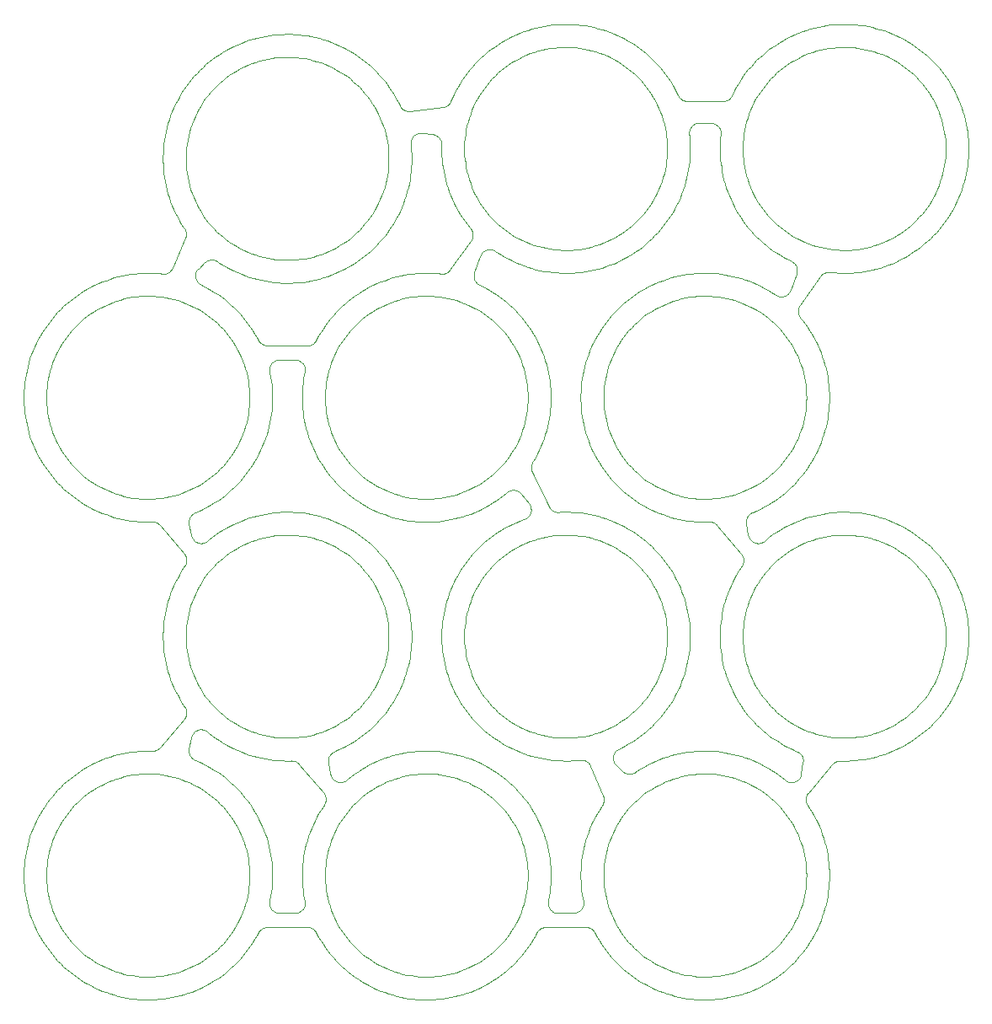
<source format=gko>
%MOIN*%
%OFA0B0*%
%FSLAX44Y44*%
%IPPOS*%
%LPD*%
%ADD10C,0*%
D10*
X00032718Y00029842D02*
X00032718Y00029842D01*
X00032553Y00029844D01*
X00032388Y00029852D01*
X00032224Y00029868D01*
X00032061Y00029890D01*
X00031898Y00029918D01*
X00031737Y00029953D01*
X00031578Y00029995D01*
X00031420Y00030044D01*
X00031265Y00030099D01*
X00031111Y00030160D01*
X00030961Y00030227D01*
X00030813Y00030301D01*
X00030669Y00030380D01*
X00030528Y00030465D01*
X00030390Y00030556D01*
X00030257Y00030653D01*
X00030127Y00030755D01*
X00030002Y00030862D01*
X00029881Y00030975D01*
X00029765Y00031092D01*
X00029654Y00031214D01*
X00029548Y00031340D01*
X00029447Y00031471D01*
X00029352Y00031605D01*
X00029262Y00031744D01*
X00029178Y00031886D01*
X00029100Y00032031D01*
X00029028Y00032179D01*
X00028963Y00032331D01*
X00028903Y00032484D01*
X00028850Y00032640D01*
X00028803Y00032799D01*
X00028763Y00032958D01*
X00028729Y00033120D01*
X00028702Y00033283D01*
X00028682Y00033446D01*
X00028669Y00033611D01*
X00028662Y00033775D01*
X00028662Y00033940D01*
X00028669Y00034105D01*
X00028682Y00034269D01*
X00028702Y00034433D01*
X00028729Y00034596D01*
X00028763Y00034757D01*
X00028803Y00034917D01*
X00028850Y00035075D01*
X00028903Y00035231D01*
X00028963Y00035385D01*
X00029028Y00035536D01*
X00029100Y00035685D01*
X00029178Y00035830D01*
X00029262Y00035972D01*
X00029352Y00036110D01*
X00029447Y00036245D01*
X00029548Y00036375D01*
X00029654Y00036502D01*
X00029765Y00036624D01*
X00029881Y00036741D01*
X00030002Y00036853D01*
X00030127Y00036960D01*
X00030257Y00037062D01*
X00030390Y00037159D01*
X00030528Y00037250D01*
X00030669Y00037336D01*
X00030813Y00037415D01*
X00030961Y00037489D01*
X00031111Y00037556D01*
X00031265Y00037617D01*
X00031420Y00037672D01*
X00031578Y00037720D01*
X00031737Y00037762D01*
X00031898Y00037797D01*
X00032061Y00037826D01*
X00032224Y00037848D01*
X00032388Y00037863D01*
X00032553Y00037872D01*
X00032718Y00037873D01*
X00032883Y00037868D01*
X00033047Y00037856D01*
X00033211Y00037838D01*
X00033374Y00037813D01*
X00033536Y00037781D01*
X00033696Y00037742D01*
X00033855Y00037697D01*
X00034011Y00037645D01*
X00034166Y00037587D01*
X00034318Y00037523D01*
X00034467Y00037453D01*
X00034613Y00037376D01*
X00034756Y00037294D01*
X00034895Y00037205D01*
X00035030Y00037111D01*
X00035162Y00037012D01*
X00035289Y00036907D01*
X00035412Y00036798D01*
X00035531Y00036683D01*
X00035644Y00036563D01*
X00035753Y00036439D01*
X00035856Y00036311D01*
X00035954Y00036178D01*
X00036047Y00036041D01*
X00036134Y00035901D01*
X00036215Y00035758D01*
X00036290Y00035611D01*
X00036359Y00035461D01*
X00036421Y00035308D01*
X00036478Y00035153D01*
X00036528Y00034996D01*
X00036571Y00034837D01*
X00036608Y00034677D01*
X00036638Y00034514D01*
X00036662Y00034351D01*
X00036679Y00034187D01*
X00036689Y00034023D01*
X00036692Y00033858D01*
X00036689Y00033693D01*
X00036679Y00033528D01*
X00036662Y00033364D01*
X00036638Y00033201D01*
X00036608Y00033039D01*
X00036571Y00032878D01*
X00036528Y00032719D01*
X00036478Y00032562D01*
X00036421Y00032407D01*
X00036359Y00032255D01*
X00036290Y00032105D01*
X00036215Y00031958D01*
X00036134Y00031814D01*
X00036047Y00031674D01*
X00035954Y00031538D01*
X00035856Y00031405D01*
X00035753Y00031276D01*
X00035644Y00031152D01*
X00035531Y00031033D01*
X00035412Y00030918D01*
X00035289Y00030808D01*
X00035162Y00030703D01*
X00035030Y00030604D01*
X00034895Y00030510D01*
X00034756Y00030422D01*
X00034613Y00030340D01*
X00034467Y00030263D01*
X00034318Y00030193D01*
X00034166Y00030128D01*
X00034011Y00030070D01*
X00033855Y00030019D01*
X00033696Y00029974D01*
X00033536Y00029935D01*
X00033374Y00029903D01*
X00033211Y00029878D01*
X00033047Y00029859D01*
X00032883Y00029847D01*
X00032718Y00029842D01*
X00021694Y00029842D02*
X00021694Y00029842D01*
X00021529Y00029844D01*
X00021365Y00029852D01*
X00021200Y00029868D01*
X00021037Y00029890D01*
X00020875Y00029918D01*
X00020714Y00029953D01*
X00020554Y00029995D01*
X00020396Y00030044D01*
X00020241Y00030099D01*
X00020088Y00030160D01*
X00019937Y00030227D01*
X00019790Y00030301D01*
X00019645Y00030380D01*
X00019504Y00030465D01*
X00019367Y00030556D01*
X00019233Y00030653D01*
X00019103Y00030755D01*
X00018978Y00030862D01*
X00018858Y00030975D01*
X00018742Y00031092D01*
X00018630Y00031214D01*
X00018524Y00031340D01*
X00018424Y00031471D01*
X00018328Y00031605D01*
X00018239Y00031744D01*
X00018155Y00031886D01*
X00018077Y00032031D01*
X00018005Y00032179D01*
X00017939Y00032331D01*
X00017879Y00032484D01*
X00017826Y00032640D01*
X00017780Y00032799D01*
X00017739Y00032958D01*
X00017706Y00033120D01*
X00017679Y00033283D01*
X00017658Y00033446D01*
X00017645Y00033611D01*
X00017638Y00033775D01*
X00017638Y00033940D01*
X00017645Y00034105D01*
X00017658Y00034269D01*
X00017679Y00034433D01*
X00017706Y00034596D01*
X00017739Y00034757D01*
X00017780Y00034917D01*
X00017826Y00035075D01*
X00017879Y00035231D01*
X00017939Y00035385D01*
X00018005Y00035536D01*
X00018077Y00035685D01*
X00018155Y00035830D01*
X00018239Y00035972D01*
X00018328Y00036110D01*
X00018424Y00036245D01*
X00018524Y00036375D01*
X00018630Y00036502D01*
X00018742Y00036624D01*
X00018858Y00036741D01*
X00018978Y00036853D01*
X00019103Y00036960D01*
X00019233Y00037062D01*
X00019367Y00037159D01*
X00019504Y00037250D01*
X00019645Y00037336D01*
X00019790Y00037415D01*
X00019937Y00037489D01*
X00020088Y00037556D01*
X00020241Y00037617D01*
X00020396Y00037672D01*
X00020554Y00037720D01*
X00020714Y00037762D01*
X00020875Y00037797D01*
X00021037Y00037826D01*
X00021200Y00037848D01*
X00021365Y00037863D01*
X00021529Y00037872D01*
X00021694Y00037873D01*
X00021859Y00037868D01*
X00022024Y00037856D01*
X00022187Y00037838D01*
X00022350Y00037813D01*
X00022512Y00037781D01*
X00022672Y00037742D01*
X00022831Y00037697D01*
X00022988Y00037645D01*
X00023142Y00037587D01*
X00023294Y00037523D01*
X00023443Y00037453D01*
X00023589Y00037376D01*
X00023732Y00037294D01*
X00023871Y00037205D01*
X00024007Y00037111D01*
X00024138Y00037012D01*
X00024266Y00036907D01*
X00024389Y00036798D01*
X00024507Y00036683D01*
X00024621Y00036563D01*
X00024729Y00036439D01*
X00024833Y00036311D01*
X00024931Y00036178D01*
X00025023Y00036041D01*
X00025110Y00035901D01*
X00025191Y00035758D01*
X00025266Y00035611D01*
X00025335Y00035461D01*
X00025398Y00035308D01*
X00025454Y00035153D01*
X00025504Y00034996D01*
X00025548Y00034837D01*
X00025584Y00034677D01*
X00025615Y00034514D01*
X00025638Y00034351D01*
X00025655Y00034187D01*
X00025665Y00034023D01*
X00025669Y00033858D01*
X00025665Y00033693D01*
X00025655Y00033528D01*
X00025638Y00033364D01*
X00025615Y00033201D01*
X00025584Y00033039D01*
X00025548Y00032878D01*
X00025504Y00032719D01*
X00025454Y00032562D01*
X00025398Y00032407D01*
X00025335Y00032255D01*
X00025266Y00032105D01*
X00025191Y00031958D01*
X00025110Y00031814D01*
X00025023Y00031674D01*
X00024931Y00031538D01*
X00024833Y00031405D01*
X00024729Y00031276D01*
X00024621Y00031152D01*
X00024507Y00031033D01*
X00024389Y00030918D01*
X00024266Y00030808D01*
X00024138Y00030703D01*
X00024007Y00030604D01*
X00023871Y00030510D01*
X00023732Y00030422D01*
X00023589Y00030340D01*
X00023443Y00030263D01*
X00023294Y00030193D01*
X00023142Y00030128D01*
X00022988Y00030070D01*
X00022831Y00030019D01*
X00022672Y00029974D01*
X00022512Y00029935D01*
X00022350Y00029903D01*
X00022187Y00029878D01*
X00022024Y00029859D01*
X00021859Y00029847D01*
X00021694Y00029842D01*
X00010671Y00029449D02*
X00010671Y00029449D01*
X00010506Y00029450D01*
X00010341Y00029459D01*
X00010177Y00029474D01*
X00010013Y00029496D01*
X00009851Y00029524D01*
X00009690Y00029560D01*
X00009530Y00029602D01*
X00009373Y00029650D01*
X00009217Y00029705D01*
X00009064Y00029766D01*
X00008914Y00029833D01*
X00008766Y00029907D01*
X00008622Y00029986D01*
X00008480Y00030072D01*
X00008343Y00030163D01*
X00008209Y00030259D01*
X00008080Y00030361D01*
X00007955Y00030469D01*
X00007834Y00030581D01*
X00007718Y00030698D01*
X00007607Y00030820D01*
X00007501Y00030946D01*
X00007400Y00031077D01*
X00007305Y00031212D01*
X00007215Y00031350D01*
X00007131Y00031492D01*
X00007053Y00031637D01*
X00006981Y00031786D01*
X00006915Y00031937D01*
X00006856Y00032091D01*
X00006803Y00032247D01*
X00006756Y00032405D01*
X00006716Y00032565D01*
X00006682Y00032726D01*
X00006655Y00032889D01*
X00006635Y00033053D01*
X00006621Y00033217D01*
X00006615Y00033382D01*
X00006615Y00033547D01*
X00006621Y00033711D01*
X00006635Y00033876D01*
X00006655Y00034039D01*
X00006682Y00034202D01*
X00006716Y00034363D01*
X00006756Y00034523D01*
X00006803Y00034681D01*
X00006856Y00034838D01*
X00006915Y00034991D01*
X00006981Y00035142D01*
X00007053Y00035291D01*
X00007131Y00035436D01*
X00007215Y00035578D01*
X00007305Y00035716D01*
X00007400Y00035851D01*
X00007501Y00035982D01*
X00007607Y00036108D01*
X00007718Y00036230D01*
X00007834Y00036347D01*
X00007955Y00036459D01*
X00008080Y00036567D01*
X00008209Y00036669D01*
X00008343Y00036765D01*
X00008480Y00036856D01*
X00008622Y00036942D01*
X00008766Y00037021D01*
X00008914Y00037095D01*
X00009064Y00037162D01*
X00009217Y00037223D01*
X00009373Y00037278D01*
X00009530Y00037327D01*
X00009690Y00037368D01*
X00009851Y00037404D01*
X00010013Y00037432D01*
X00010177Y00037454D01*
X00010341Y00037469D01*
X00010506Y00037478D01*
X00010671Y00037480D01*
X00010835Y00037475D01*
X00011000Y00037463D01*
X00011164Y00037444D01*
X00011327Y00037419D01*
X00011489Y00037387D01*
X00011649Y00037348D01*
X00011807Y00037303D01*
X00011964Y00037252D01*
X00012118Y00037194D01*
X00012270Y00037129D01*
X00012419Y00037059D01*
X00012565Y00036982D01*
X00012708Y00036900D01*
X00012848Y00036812D01*
X00012983Y00036718D01*
X00013115Y00036618D01*
X00013242Y00036514D01*
X00013365Y00036404D01*
X00013484Y00036289D01*
X00013597Y00036169D01*
X00013706Y00036045D01*
X00013809Y00035917D01*
X00013907Y00035784D01*
X00014000Y00035648D01*
X00014086Y00035508D01*
X00014167Y00035364D01*
X00014242Y00035217D01*
X00014311Y00035067D01*
X00014374Y00034915D01*
X00014430Y00034760D01*
X00014480Y00034603D01*
X00014524Y00034444D01*
X00014561Y00034283D01*
X00014591Y00034121D01*
X00014615Y00033958D01*
X00014632Y00033794D01*
X00014642Y00033629D01*
X00014645Y00033464D01*
X00014642Y00033299D01*
X00014632Y00033135D01*
X00014615Y00032971D01*
X00014591Y00032807D01*
X00014561Y00032645D01*
X00014524Y00032485D01*
X00014480Y00032326D01*
X00014430Y00032168D01*
X00014374Y00032013D01*
X00014311Y00031861D01*
X00014242Y00031711D01*
X00014167Y00031564D01*
X00014086Y00031421D01*
X00014000Y00031280D01*
X00013907Y00031144D01*
X00013809Y00031011D01*
X00013706Y00030883D01*
X00013597Y00030759D01*
X00013484Y00030639D01*
X00013365Y00030524D01*
X00013242Y00030414D01*
X00013115Y00030310D01*
X00012983Y00030210D01*
X00012848Y00030117D01*
X00012708Y00030028D01*
X00012565Y00029946D01*
X00012419Y00029869D01*
X00012270Y00029799D01*
X00012118Y00029735D01*
X00011964Y00029677D01*
X00011807Y00029625D01*
X00011649Y00029580D01*
X00011489Y00029541D01*
X00011327Y00029509D01*
X00011164Y00029484D01*
X00011000Y00029465D01*
X00010835Y00029454D01*
X00010671Y00029449D01*
X00027206Y00020000D02*
X00027206Y00020000D01*
X00027041Y00020001D01*
X00026877Y00020010D01*
X00026712Y00020025D01*
X00026549Y00020047D01*
X00026386Y00020076D01*
X00026225Y00020111D01*
X00026066Y00020153D01*
X00025908Y00020201D01*
X00025753Y00020256D01*
X00025600Y00020317D01*
X00025449Y00020385D01*
X00025301Y00020458D01*
X00025157Y00020538D01*
X00025016Y00020623D01*
X00024878Y00020714D01*
X00024745Y00020811D01*
X00024615Y00020913D01*
X00024490Y00021020D01*
X00024369Y00021132D01*
X00024253Y00021249D01*
X00024142Y00021371D01*
X00024036Y00021498D01*
X00023936Y00021628D01*
X00023840Y00021763D01*
X00023751Y00021901D01*
X00023667Y00022043D01*
X00023589Y00022188D01*
X00023517Y00022337D01*
X00023451Y00022488D01*
X00023391Y00022642D01*
X00023338Y00022798D01*
X00023291Y00022956D01*
X00023251Y00023116D01*
X00023217Y00023277D01*
X00023191Y00023440D01*
X00023170Y00023604D01*
X00023157Y00023768D01*
X00023150Y00023933D01*
X00023150Y00024098D01*
X00023157Y00024262D01*
X00023170Y00024427D01*
X00023191Y00024590D01*
X00023217Y00024753D01*
X00023251Y00024915D01*
X00023291Y00025074D01*
X00023338Y00025233D01*
X00023391Y00025389D01*
X00023451Y00025542D01*
X00023517Y00025694D01*
X00023589Y00025842D01*
X00023667Y00025987D01*
X00023751Y00026129D01*
X00023840Y00026268D01*
X00023936Y00026402D01*
X00024036Y00026533D01*
X00024142Y00026659D01*
X00024253Y00026781D01*
X00024369Y00026898D01*
X00024490Y00027011D01*
X00024615Y00027118D01*
X00024745Y00027220D01*
X00024878Y00027317D01*
X00025016Y00027408D01*
X00025157Y00027493D01*
X00025301Y00027572D01*
X00025449Y00027646D01*
X00025600Y00027713D01*
X00025753Y00027775D01*
X00025908Y00027829D01*
X00026066Y00027878D01*
X00026225Y00027920D01*
X00026386Y00027955D01*
X00026549Y00027983D01*
X00026712Y00028005D01*
X00026877Y00028021D01*
X00027041Y00028029D01*
X00027206Y00028031D01*
X00027371Y00028026D01*
X00027535Y00028014D01*
X00027699Y00027995D01*
X00027862Y00027970D01*
X00028024Y00027938D01*
X00028184Y00027899D01*
X00028343Y00027854D01*
X00028500Y00027803D01*
X00028654Y00027745D01*
X00028806Y00027680D01*
X00028955Y00027610D01*
X00029101Y00027533D01*
X00029244Y00027451D01*
X00029383Y00027363D01*
X00029519Y00027269D01*
X00029650Y00027170D01*
X00029778Y00027065D01*
X00029901Y00026955D01*
X00030019Y00026840D01*
X00030133Y00026721D01*
X00030241Y00026597D01*
X00030344Y00026468D01*
X00030442Y00026335D01*
X00030535Y00026199D01*
X00030622Y00026059D01*
X00030703Y00025915D01*
X00030778Y00025768D01*
X00030847Y00025618D01*
X00030909Y00025466D01*
X00030966Y00025311D01*
X00031016Y00025154D01*
X00031059Y00024995D01*
X00031096Y00024834D01*
X00031127Y00024672D01*
X00031150Y00024509D01*
X00031167Y00024345D01*
X00031177Y00024180D01*
X00031181Y00024015D01*
X00031177Y00023850D01*
X00031167Y00023686D01*
X00031150Y00023522D01*
X00031127Y00023359D01*
X00031096Y00023196D01*
X00031059Y00023036D01*
X00031016Y00022877D01*
X00030966Y00022720D01*
X00030909Y00022565D01*
X00030847Y00022412D01*
X00030778Y00022262D01*
X00030703Y00022115D01*
X00030622Y00021972D01*
X00030535Y00021832D01*
X00030442Y00021695D01*
X00030344Y00021562D01*
X00030241Y00021434D01*
X00030133Y00021310D01*
X00030019Y00021190D01*
X00029901Y00021076D01*
X00029778Y00020966D01*
X00029650Y00020861D01*
X00029519Y00020762D01*
X00029383Y00020668D01*
X00029244Y00020579D01*
X00029101Y00020497D01*
X00028955Y00020420D01*
X00028806Y00020350D01*
X00028654Y00020286D01*
X00028500Y00020228D01*
X00028343Y00020176D01*
X00028184Y00020131D01*
X00028024Y00020092D01*
X00027862Y00020061D01*
X00027699Y00020035D01*
X00027535Y00020017D01*
X00027371Y00020005D01*
X00027206Y00020000D01*
X00016182Y00020000D02*
X00016182Y00020000D01*
X00016018Y00020001D01*
X00015853Y00020010D01*
X00015689Y00020025D01*
X00015525Y00020047D01*
X00015363Y00020076D01*
X00015202Y00020111D01*
X00015042Y00020153D01*
X00014885Y00020201D01*
X00014729Y00020256D01*
X00014576Y00020317D01*
X00014425Y00020385D01*
X00014278Y00020458D01*
X00014133Y00020538D01*
X00013992Y00020623D01*
X00013855Y00020714D01*
X00013721Y00020811D01*
X00013592Y00020913D01*
X00013466Y00021020D01*
X00013346Y00021132D01*
X00013230Y00021249D01*
X00013119Y00021371D01*
X00013013Y00021498D01*
X00012912Y00021628D01*
X00012817Y00021763D01*
X00012727Y00021901D01*
X00012643Y00022043D01*
X00012565Y00022188D01*
X00012493Y00022337D01*
X00012427Y00022488D01*
X00012368Y00022642D01*
X00012314Y00022798D01*
X00012268Y00022956D01*
X00012227Y00023116D01*
X00012194Y00023277D01*
X00012167Y00023440D01*
X00012147Y00023604D01*
X00012133Y00023768D01*
X00012126Y00023933D01*
X00012126Y00024098D01*
X00012133Y00024262D01*
X00012147Y00024427D01*
X00012167Y00024590D01*
X00012194Y00024753D01*
X00012227Y00024915D01*
X00012268Y00025074D01*
X00012314Y00025233D01*
X00012368Y00025389D01*
X00012427Y00025542D01*
X00012493Y00025694D01*
X00012565Y00025842D01*
X00012643Y00025987D01*
X00012727Y00026129D01*
X00012817Y00026268D01*
X00012912Y00026402D01*
X00013013Y00026533D01*
X00013119Y00026659D01*
X00013230Y00026781D01*
X00013346Y00026898D01*
X00013466Y00027011D01*
X00013592Y00027118D01*
X00013721Y00027220D01*
X00013855Y00027317D01*
X00013992Y00027408D01*
X00014133Y00027493D01*
X00014278Y00027572D01*
X00014425Y00027646D01*
X00014576Y00027713D01*
X00014729Y00027775D01*
X00014885Y00027829D01*
X00015042Y00027878D01*
X00015202Y00027920D01*
X00015363Y00027955D01*
X00015525Y00027983D01*
X00015689Y00028005D01*
X00015853Y00028021D01*
X00016018Y00028029D01*
X00016182Y00028031D01*
X00016347Y00028026D01*
X00016512Y00028014D01*
X00016676Y00027995D01*
X00016839Y00027970D01*
X00017000Y00027938D01*
X00017161Y00027899D01*
X00017319Y00027854D01*
X00017476Y00027803D01*
X00017630Y00027745D01*
X00017782Y00027680D01*
X00017931Y00027610D01*
X00018077Y00027533D01*
X00018220Y00027451D01*
X00018359Y00027363D01*
X00018495Y00027269D01*
X00018627Y00027170D01*
X00018754Y00027065D01*
X00018877Y00026955D01*
X00018995Y00026840D01*
X00019109Y00026721D01*
X00019217Y00026597D01*
X00019321Y00026468D01*
X00019419Y00026335D01*
X00019511Y00026199D01*
X00019598Y00026059D01*
X00019679Y00025915D01*
X00019754Y00025768D01*
X00019823Y00025618D01*
X00019886Y00025466D01*
X00019942Y00025311D01*
X00019992Y00025154D01*
X00020036Y00024995D01*
X00020073Y00024834D01*
X00020103Y00024672D01*
X00020127Y00024509D01*
X00020143Y00024345D01*
X00020154Y00024180D01*
X00020157Y00024015D01*
X00020154Y00023850D01*
X00020143Y00023686D01*
X00020127Y00023522D01*
X00020103Y00023359D01*
X00020073Y00023196D01*
X00020036Y00023036D01*
X00019992Y00022877D01*
X00019942Y00022720D01*
X00019886Y00022565D01*
X00019823Y00022412D01*
X00019754Y00022262D01*
X00019679Y00022115D01*
X00019598Y00021972D01*
X00019511Y00021832D01*
X00019419Y00021695D01*
X00019321Y00021562D01*
X00019217Y00021434D01*
X00019109Y00021310D01*
X00018995Y00021190D01*
X00018877Y00021076D01*
X00018754Y00020966D01*
X00018627Y00020861D01*
X00018495Y00020762D01*
X00018359Y00020668D01*
X00018220Y00020579D01*
X00018077Y00020497D01*
X00017931Y00020420D01*
X00017782Y00020350D01*
X00017630Y00020286D01*
X00017476Y00020228D01*
X00017319Y00020176D01*
X00017161Y00020131D01*
X00017000Y00020092D01*
X00016839Y00020061D01*
X00016676Y00020035D01*
X00016512Y00020017D01*
X00016347Y00020005D01*
X00016182Y00020000D01*
X00005159Y00020000D02*
X00005159Y00020000D01*
X00004994Y00020001D01*
X00004829Y00020010D01*
X00004665Y00020025D01*
X00004502Y00020047D01*
X00004339Y00020076D01*
X00004178Y00020111D01*
X00004019Y00020153D01*
X00003861Y00020201D01*
X00003705Y00020256D01*
X00003552Y00020317D01*
X00003402Y00020385D01*
X00003254Y00020458D01*
X00003110Y00020538D01*
X00002969Y00020623D01*
X00002831Y00020714D01*
X00002698Y00020811D01*
X00002568Y00020913D01*
X00002443Y00021020D01*
X00002322Y00021132D01*
X00002206Y00021249D01*
X00002095Y00021371D01*
X00001989Y00021498D01*
X00001888Y00021628D01*
X00001793Y00021763D01*
X00001703Y00021901D01*
X00001619Y00022043D01*
X00001541Y00022188D01*
X00001469Y00022337D01*
X00001404Y00022488D01*
X00001344Y00022642D01*
X00001291Y00022798D01*
X00001244Y00022956D01*
X00001204Y00023116D01*
X00001170Y00023277D01*
X00001143Y00023440D01*
X00001123Y00023604D01*
X00001109Y00023768D01*
X00001103Y00023933D01*
X00001103Y00024098D01*
X00001109Y00024262D01*
X00001123Y00024427D01*
X00001143Y00024590D01*
X00001170Y00024753D01*
X00001204Y00024915D01*
X00001244Y00025074D01*
X00001291Y00025233D01*
X00001344Y00025389D01*
X00001404Y00025542D01*
X00001469Y00025694D01*
X00001541Y00025842D01*
X00001619Y00025987D01*
X00001703Y00026129D01*
X00001793Y00026268D01*
X00001888Y00026402D01*
X00001989Y00026533D01*
X00002095Y00026659D01*
X00002206Y00026781D01*
X00002322Y00026898D01*
X00002443Y00027011D01*
X00002568Y00027118D01*
X00002698Y00027220D01*
X00002831Y00027317D01*
X00002969Y00027408D01*
X00003110Y00027493D01*
X00003254Y00027572D01*
X00003402Y00027646D01*
X00003552Y00027713D01*
X00003705Y00027775D01*
X00003861Y00027829D01*
X00004019Y00027878D01*
X00004178Y00027920D01*
X00004339Y00027955D01*
X00004502Y00027983D01*
X00004665Y00028005D01*
X00004829Y00028021D01*
X00004994Y00028029D01*
X00005159Y00028031D01*
X00005324Y00028026D01*
X00005488Y00028014D01*
X00005652Y00027995D01*
X00005815Y00027970D01*
X00005977Y00027938D01*
X00006137Y00027899D01*
X00006296Y00027854D01*
X00006452Y00027803D01*
X00006607Y00027745D01*
X00006758Y00027680D01*
X00006908Y00027610D01*
X00007054Y00027533D01*
X00007196Y00027451D01*
X00007336Y00027363D01*
X00007471Y00027269D01*
X00007603Y00027170D01*
X00007730Y00027065D01*
X00007853Y00026955D01*
X00007972Y00026840D01*
X00008085Y00026721D01*
X00008194Y00026597D01*
X00008297Y00026468D01*
X00008395Y00026335D01*
X00008488Y00026199D01*
X00008575Y00026059D01*
X00008656Y00025915D01*
X00008731Y00025768D01*
X00008799Y00025618D01*
X00008862Y00025466D01*
X00008919Y00025311D01*
X00008969Y00025154D01*
X00009012Y00024995D01*
X00009049Y00024834D01*
X00009079Y00024672D01*
X00009103Y00024509D01*
X00009120Y00024345D01*
X00009130Y00024180D01*
X00009133Y00024015D01*
X00009130Y00023850D01*
X00009120Y00023686D01*
X00009103Y00023522D01*
X00009079Y00023359D01*
X00009049Y00023196D01*
X00009012Y00023036D01*
X00008969Y00022877D01*
X00008919Y00022720D01*
X00008862Y00022565D01*
X00008799Y00022412D01*
X00008731Y00022262D01*
X00008656Y00022115D01*
X00008575Y00021972D01*
X00008488Y00021832D01*
X00008395Y00021695D01*
X00008297Y00021562D01*
X00008194Y00021434D01*
X00008085Y00021310D01*
X00007972Y00021190D01*
X00007853Y00021076D01*
X00007730Y00020966D01*
X00007603Y00020861D01*
X00007471Y00020762D01*
X00007336Y00020668D01*
X00007196Y00020579D01*
X00007054Y00020497D01*
X00006908Y00020420D01*
X00006758Y00020350D01*
X00006607Y00020286D01*
X00006452Y00020228D01*
X00006296Y00020176D01*
X00006137Y00020131D01*
X00005977Y00020092D01*
X00005815Y00020061D01*
X00005652Y00020035D01*
X00005488Y00020017D01*
X00005324Y00020005D01*
X00005159Y00020000D01*
X00010671Y00010551D02*
X00010671Y00010551D01*
X00010506Y00010553D01*
X00010341Y00010561D01*
X00010177Y00010576D01*
X00010013Y00010598D01*
X00009851Y00010627D01*
X00009690Y00010662D01*
X00009530Y00010704D01*
X00009373Y00010752D01*
X00009217Y00010807D01*
X00009064Y00010868D01*
X00008914Y00010936D01*
X00008766Y00011009D01*
X00008622Y00011089D01*
X00008480Y00011174D01*
X00008343Y00011265D01*
X00008209Y00011362D01*
X00008080Y00011464D01*
X00007955Y00011571D01*
X00007834Y00011683D01*
X00007718Y00011801D01*
X00007607Y00011923D01*
X00007501Y00012049D01*
X00007400Y00012179D01*
X00007305Y00012314D01*
X00007215Y00012452D01*
X00007131Y00012594D01*
X00007053Y00012740D01*
X00006981Y00012888D01*
X00006915Y00013039D01*
X00006856Y00013193D01*
X00006803Y00013349D01*
X00006756Y00013507D01*
X00006716Y00013667D01*
X00006682Y00013829D01*
X00006655Y00013991D01*
X00006635Y00014155D01*
X00006621Y00014319D01*
X00006615Y00014484D01*
X00006615Y00014649D01*
X00006621Y00014814D01*
X00006635Y00014978D01*
X00006655Y00015142D01*
X00006682Y00015304D01*
X00006716Y00015466D01*
X00006756Y00015626D01*
X00006803Y00015784D01*
X00006856Y00015940D01*
X00006915Y00016094D01*
X00006981Y00016245D01*
X00007053Y00016393D01*
X00007131Y00016538D01*
X00007215Y00016680D01*
X00007305Y00016819D01*
X00007400Y00016953D01*
X00007501Y00017084D01*
X00007607Y00017210D01*
X00007718Y00017332D01*
X00007834Y00017449D01*
X00007955Y00017562D01*
X00008080Y00017669D01*
X00008209Y00017771D01*
X00008343Y00017868D01*
X00008480Y00017959D01*
X00008622Y00018044D01*
X00008766Y00018124D01*
X00008914Y00018197D01*
X00009064Y00018265D01*
X00009217Y00018326D01*
X00009373Y00018381D01*
X00009530Y00018429D01*
X00009690Y00018471D01*
X00009851Y00018506D01*
X00010013Y00018535D01*
X00010177Y00018557D01*
X00010341Y00018572D01*
X00010506Y00018580D01*
X00010671Y00018582D01*
X00010835Y00018577D01*
X00011000Y00018565D01*
X00011164Y00018546D01*
X00011327Y00018521D01*
X00011489Y00018489D01*
X00011649Y00018451D01*
X00011807Y00018406D01*
X00011964Y00018354D01*
X00012118Y00018296D01*
X00012270Y00018232D01*
X00012419Y00018161D01*
X00012565Y00018085D01*
X00012708Y00018002D01*
X00012848Y00017914D01*
X00012983Y00017820D01*
X00013115Y00017721D01*
X00013242Y00017616D01*
X00013365Y00017506D01*
X00013484Y00017391D01*
X00013597Y00017272D01*
X00013706Y00017148D01*
X00013809Y00017019D01*
X00013907Y00016887D01*
X00014000Y00016750D01*
X00014086Y00016610D01*
X00014167Y00016466D01*
X00014242Y00016319D01*
X00014311Y00016170D01*
X00014374Y00016017D01*
X00014430Y00015862D01*
X00014480Y00015705D01*
X00014524Y00015546D01*
X00014561Y00015385D01*
X00014591Y00015223D01*
X00014615Y00015060D01*
X00014632Y00014896D01*
X00014642Y00014731D01*
X00014645Y00014566D01*
X00014642Y00014402D01*
X00014632Y00014237D01*
X00014615Y00014073D01*
X00014591Y00013910D01*
X00014561Y00013748D01*
X00014524Y00013587D01*
X00014480Y00013428D01*
X00014430Y00013271D01*
X00014374Y00013116D01*
X00014311Y00012963D01*
X00014242Y00012813D01*
X00014167Y00012667D01*
X00014086Y00012523D01*
X00014000Y00012383D01*
X00013907Y00012246D01*
X00013809Y00012114D01*
X00013706Y00011985D01*
X00013597Y00011861D01*
X00013484Y00011741D01*
X00013365Y00011627D01*
X00013242Y00011517D01*
X00013115Y00011412D01*
X00012983Y00011313D01*
X00012848Y00011219D01*
X00012708Y00011131D01*
X00012565Y00011048D01*
X00012419Y00010972D01*
X00012270Y00010901D01*
X00012118Y00010837D01*
X00011964Y00010779D01*
X00011807Y00010727D01*
X00011649Y00010682D01*
X00011489Y00010644D01*
X00011327Y00010612D01*
X00011164Y00010586D01*
X00011000Y00010568D01*
X00010835Y00010556D01*
X00010671Y00010551D01*
X00021694Y00010551D02*
X00021694Y00010551D01*
X00021529Y00010553D01*
X00021365Y00010561D01*
X00021200Y00010576D01*
X00021037Y00010598D01*
X00020875Y00010627D01*
X00020714Y00010662D01*
X00020554Y00010704D01*
X00020396Y00010752D01*
X00020241Y00010807D01*
X00020088Y00010868D01*
X00019937Y00010936D01*
X00019790Y00011009D01*
X00019645Y00011089D01*
X00019504Y00011174D01*
X00019367Y00011265D01*
X00019233Y00011362D01*
X00019103Y00011464D01*
X00018978Y00011571D01*
X00018858Y00011683D01*
X00018742Y00011801D01*
X00018630Y00011923D01*
X00018524Y00012049D01*
X00018424Y00012179D01*
X00018328Y00012314D01*
X00018239Y00012452D01*
X00018155Y00012594D01*
X00018077Y00012740D01*
X00018005Y00012888D01*
X00017939Y00013039D01*
X00017879Y00013193D01*
X00017826Y00013349D01*
X00017780Y00013507D01*
X00017739Y00013667D01*
X00017706Y00013829D01*
X00017679Y00013991D01*
X00017658Y00014155D01*
X00017645Y00014319D01*
X00017638Y00014484D01*
X00017638Y00014649D01*
X00017645Y00014814D01*
X00017658Y00014978D01*
X00017679Y00015142D01*
X00017706Y00015304D01*
X00017739Y00015466D01*
X00017780Y00015626D01*
X00017826Y00015784D01*
X00017879Y00015940D01*
X00017939Y00016094D01*
X00018005Y00016245D01*
X00018077Y00016393D01*
X00018155Y00016538D01*
X00018239Y00016680D01*
X00018328Y00016819D01*
X00018424Y00016953D01*
X00018524Y00017084D01*
X00018630Y00017210D01*
X00018742Y00017332D01*
X00018858Y00017449D01*
X00018978Y00017562D01*
X00019103Y00017669D01*
X00019233Y00017771D01*
X00019367Y00017868D01*
X00019504Y00017959D01*
X00019645Y00018044D01*
X00019790Y00018124D01*
X00019937Y00018197D01*
X00020088Y00018265D01*
X00020241Y00018326D01*
X00020396Y00018381D01*
X00020554Y00018429D01*
X00020714Y00018471D01*
X00020875Y00018506D01*
X00021037Y00018535D01*
X00021200Y00018557D01*
X00021365Y00018572D01*
X00021529Y00018580D01*
X00021694Y00018582D01*
X00021859Y00018577D01*
X00022024Y00018565D01*
X00022187Y00018546D01*
X00022350Y00018521D01*
X00022512Y00018489D01*
X00022672Y00018451D01*
X00022831Y00018406D01*
X00022988Y00018354D01*
X00023142Y00018296D01*
X00023294Y00018232D01*
X00023443Y00018161D01*
X00023589Y00018085D01*
X00023732Y00018002D01*
X00023871Y00017914D01*
X00024007Y00017820D01*
X00024138Y00017721D01*
X00024266Y00017616D01*
X00024389Y00017506D01*
X00024507Y00017391D01*
X00024621Y00017272D01*
X00024729Y00017148D01*
X00024833Y00017019D01*
X00024931Y00016887D01*
X00025023Y00016750D01*
X00025110Y00016610D01*
X00025191Y00016466D01*
X00025266Y00016319D01*
X00025335Y00016170D01*
X00025398Y00016017D01*
X00025454Y00015862D01*
X00025504Y00015705D01*
X00025548Y00015546D01*
X00025584Y00015385D01*
X00025615Y00015223D01*
X00025638Y00015060D01*
X00025655Y00014896D01*
X00025665Y00014731D01*
X00025669Y00014566D01*
X00025665Y00014402D01*
X00025655Y00014237D01*
X00025638Y00014073D01*
X00025615Y00013910D01*
X00025584Y00013748D01*
X00025548Y00013587D01*
X00025504Y00013428D01*
X00025454Y00013271D01*
X00025398Y00013116D01*
X00025335Y00012963D01*
X00025266Y00012813D01*
X00025191Y00012667D01*
X00025110Y00012523D01*
X00025023Y00012383D01*
X00024931Y00012246D01*
X00024833Y00012114D01*
X00024729Y00011985D01*
X00024621Y00011861D01*
X00024507Y00011741D01*
X00024389Y00011627D01*
X00024266Y00011517D01*
X00024138Y00011412D01*
X00024007Y00011313D01*
X00023871Y00011219D01*
X00023732Y00011131D01*
X00023589Y00011048D01*
X00023443Y00010972D01*
X00023294Y00010901D01*
X00023142Y00010837D01*
X00022988Y00010779D01*
X00022831Y00010727D01*
X00022672Y00010682D01*
X00022512Y00010644D01*
X00022350Y00010612D01*
X00022187Y00010586D01*
X00022024Y00010568D01*
X00021859Y00010556D01*
X00021694Y00010551D01*
X00032718Y00010551D02*
X00032718Y00010551D01*
X00032553Y00010553D01*
X00032388Y00010561D01*
X00032224Y00010576D01*
X00032061Y00010598D01*
X00031898Y00010627D01*
X00031737Y00010662D01*
X00031578Y00010704D01*
X00031420Y00010752D01*
X00031265Y00010807D01*
X00031111Y00010868D01*
X00030961Y00010936D01*
X00030813Y00011009D01*
X00030669Y00011089D01*
X00030528Y00011174D01*
X00030390Y00011265D01*
X00030257Y00011362D01*
X00030127Y00011464D01*
X00030002Y00011571D01*
X00029881Y00011683D01*
X00029765Y00011801D01*
X00029654Y00011923D01*
X00029548Y00012049D01*
X00029447Y00012179D01*
X00029352Y00012314D01*
X00029262Y00012452D01*
X00029178Y00012594D01*
X00029100Y00012740D01*
X00029028Y00012888D01*
X00028963Y00013039D01*
X00028903Y00013193D01*
X00028850Y00013349D01*
X00028803Y00013507D01*
X00028763Y00013667D01*
X00028729Y00013829D01*
X00028702Y00013991D01*
X00028682Y00014155D01*
X00028669Y00014319D01*
X00028662Y00014484D01*
X00028662Y00014649D01*
X00028669Y00014814D01*
X00028682Y00014978D01*
X00028702Y00015142D01*
X00028729Y00015304D01*
X00028763Y00015466D01*
X00028803Y00015626D01*
X00028850Y00015784D01*
X00028903Y00015940D01*
X00028963Y00016094D01*
X00029028Y00016245D01*
X00029100Y00016393D01*
X00029178Y00016538D01*
X00029262Y00016680D01*
X00029352Y00016819D01*
X00029447Y00016953D01*
X00029548Y00017084D01*
X00029654Y00017210D01*
X00029765Y00017332D01*
X00029881Y00017449D01*
X00030002Y00017562D01*
X00030127Y00017669D01*
X00030257Y00017771D01*
X00030390Y00017868D01*
X00030528Y00017959D01*
X00030669Y00018044D01*
X00030813Y00018124D01*
X00030961Y00018197D01*
X00031111Y00018265D01*
X00031265Y00018326D01*
X00031420Y00018381D01*
X00031578Y00018429D01*
X00031737Y00018471D01*
X00031898Y00018506D01*
X00032061Y00018535D01*
X00032224Y00018557D01*
X00032388Y00018572D01*
X00032553Y00018580D01*
X00032718Y00018582D01*
X00032883Y00018577D01*
X00033047Y00018565D01*
X00033211Y00018546D01*
X00033374Y00018521D01*
X00033536Y00018489D01*
X00033696Y00018451D01*
X00033855Y00018406D01*
X00034011Y00018354D01*
X00034166Y00018296D01*
X00034318Y00018232D01*
X00034467Y00018161D01*
X00034613Y00018085D01*
X00034756Y00018002D01*
X00034895Y00017914D01*
X00035030Y00017820D01*
X00035162Y00017721D01*
X00035289Y00017616D01*
X00035412Y00017506D01*
X00035531Y00017391D01*
X00035644Y00017272D01*
X00035753Y00017148D01*
X00035856Y00017019D01*
X00035954Y00016887D01*
X00036047Y00016750D01*
X00036134Y00016610D01*
X00036215Y00016466D01*
X00036290Y00016319D01*
X00036359Y00016170D01*
X00036421Y00016017D01*
X00036478Y00015862D01*
X00036528Y00015705D01*
X00036571Y00015546D01*
X00036608Y00015385D01*
X00036638Y00015223D01*
X00036662Y00015060D01*
X00036679Y00014896D01*
X00036689Y00014731D01*
X00036692Y00014566D01*
X00036689Y00014402D01*
X00036679Y00014237D01*
X00036662Y00014073D01*
X00036638Y00013910D01*
X00036608Y00013748D01*
X00036571Y00013587D01*
X00036528Y00013428D01*
X00036478Y00013271D01*
X00036421Y00013116D01*
X00036359Y00012963D01*
X00036290Y00012813D01*
X00036215Y00012667D01*
X00036134Y00012523D01*
X00036047Y00012383D01*
X00035954Y00012246D01*
X00035856Y00012114D01*
X00035753Y00011985D01*
X00035644Y00011861D01*
X00035531Y00011741D01*
X00035412Y00011627D01*
X00035289Y00011517D01*
X00035162Y00011412D01*
X00035030Y00011313D01*
X00034895Y00011219D01*
X00034756Y00011131D01*
X00034613Y00011048D01*
X00034467Y00010972D01*
X00034318Y00010901D01*
X00034166Y00010837D01*
X00034011Y00010779D01*
X00033855Y00010727D01*
X00033696Y00010682D01*
X00033536Y00010644D01*
X00033374Y00010612D01*
X00033211Y00010586D01*
X00033047Y00010568D01*
X00032883Y00010556D01*
X00032718Y00010551D01*
X00027206Y00001102D02*
X00027206Y00001102D01*
X00027041Y00001104D01*
X00026877Y00001112D01*
X00026712Y00001127D01*
X00026549Y00001149D01*
X00026386Y00001178D01*
X00026225Y00001213D01*
X00026066Y00001255D01*
X00025908Y00001304D01*
X00025753Y00001358D01*
X00025600Y00001419D01*
X00025449Y00001487D01*
X00025301Y00001560D01*
X00025157Y00001640D01*
X00025016Y00001725D01*
X00024878Y00001816D01*
X00024745Y00001913D01*
X00024615Y00002015D01*
X00024490Y00002122D01*
X00024369Y00002235D01*
X00024253Y00002352D01*
X00024142Y00002474D01*
X00024036Y00002600D01*
X00023936Y00002731D01*
X00023840Y00002865D01*
X00023751Y00003004D01*
X00023667Y00003146D01*
X00023589Y00003291D01*
X00023517Y00003439D01*
X00023451Y00003590D01*
X00023391Y00003744D01*
X00023338Y00003900D01*
X00023291Y00004058D01*
X00023251Y00004218D01*
X00023217Y00004380D01*
X00023191Y00004542D01*
X00023170Y00004706D01*
X00023157Y00004870D01*
X00023150Y00005035D01*
X00023150Y00005200D01*
X00023157Y00005365D01*
X00023170Y00005529D01*
X00023191Y00005693D01*
X00023217Y00005856D01*
X00023251Y00006017D01*
X00023291Y00006177D01*
X00023338Y00006335D01*
X00023391Y00006491D01*
X00023451Y00006645D01*
X00023517Y00006796D01*
X00023589Y00006944D01*
X00023667Y00007090D01*
X00023751Y00007232D01*
X00023840Y00007370D01*
X00023936Y00007505D01*
X00024036Y00007635D01*
X00024142Y00007762D01*
X00024253Y00007883D01*
X00024369Y00008001D01*
X00024490Y00008113D01*
X00024615Y00008220D01*
X00024745Y00008322D01*
X00024878Y00008419D01*
X00025016Y00008510D01*
X00025157Y00008595D01*
X00025301Y00008675D01*
X00025449Y00008748D01*
X00025600Y00008816D01*
X00025753Y00008877D01*
X00025908Y00008932D01*
X00026066Y00008980D01*
X00026225Y00009022D01*
X00026386Y00009057D01*
X00026549Y00009086D01*
X00026712Y00009108D01*
X00026877Y00009123D01*
X00027041Y00009131D01*
X00027206Y00009133D01*
X00027371Y00009128D01*
X00027535Y00009116D01*
X00027699Y00009098D01*
X00027862Y00009072D01*
X00028024Y00009040D01*
X00028184Y00009002D01*
X00028343Y00008957D01*
X00028500Y00008905D01*
X00028654Y00008847D01*
X00028806Y00008783D01*
X00028955Y00008712D01*
X00029101Y00008636D01*
X00029244Y00008553D01*
X00029383Y00008465D01*
X00029519Y00008371D01*
X00029650Y00008272D01*
X00029778Y00008167D01*
X00029901Y00008057D01*
X00030019Y00007943D01*
X00030133Y00007823D01*
X00030241Y00007699D01*
X00030344Y00007570D01*
X00030442Y00007438D01*
X00030535Y00007301D01*
X00030622Y00007161D01*
X00030703Y00007017D01*
X00030778Y00006871D01*
X00030847Y00006721D01*
X00030909Y00006568D01*
X00030966Y00006413D01*
X00031016Y00006256D01*
X00031059Y00006097D01*
X00031096Y00005936D01*
X00031127Y00005774D01*
X00031150Y00005611D01*
X00031167Y00005447D01*
X00031177Y00005282D01*
X00031181Y00005118D01*
X00031177Y00004953D01*
X00031167Y00004788D01*
X00031150Y00004624D01*
X00031127Y00004461D01*
X00031096Y00004299D01*
X00031059Y00004138D01*
X00031016Y00003979D01*
X00030966Y00003822D01*
X00030909Y00003667D01*
X00030847Y00003514D01*
X00030778Y00003365D01*
X00030703Y00003218D01*
X00030622Y00003074D01*
X00030535Y00002934D01*
X00030442Y00002797D01*
X00030344Y00002665D01*
X00030241Y00002536D01*
X00030133Y00002412D01*
X00030019Y00002293D01*
X00029901Y00002178D01*
X00029778Y00002068D01*
X00029650Y00001963D01*
X00029519Y00001864D01*
X00029383Y00001770D01*
X00029244Y00001682D01*
X00029101Y00001599D01*
X00028955Y00001523D01*
X00028806Y00001452D01*
X00028654Y00001388D01*
X00028500Y00001330D01*
X00028343Y00001279D01*
X00028184Y00001233D01*
X00028024Y00001195D01*
X00027862Y00001163D01*
X00027699Y00001138D01*
X00027535Y00001119D01*
X00027371Y00001107D01*
X00027206Y00001102D01*
X00016182Y00001102D02*
X00016182Y00001102D01*
X00016018Y00001104D01*
X00015853Y00001112D01*
X00015689Y00001127D01*
X00015525Y00001149D01*
X00015363Y00001178D01*
X00015202Y00001213D01*
X00015042Y00001255D01*
X00014885Y00001304D01*
X00014729Y00001358D01*
X00014576Y00001419D01*
X00014425Y00001487D01*
X00014278Y00001560D01*
X00014133Y00001640D01*
X00013992Y00001725D01*
X00013855Y00001816D01*
X00013721Y00001913D01*
X00013592Y00002015D01*
X00013466Y00002122D01*
X00013346Y00002235D01*
X00013230Y00002352D01*
X00013119Y00002474D01*
X00013013Y00002600D01*
X00012912Y00002731D01*
X00012817Y00002865D01*
X00012727Y00003004D01*
X00012643Y00003146D01*
X00012565Y00003291D01*
X00012493Y00003439D01*
X00012427Y00003590D01*
X00012368Y00003744D01*
X00012314Y00003900D01*
X00012268Y00004058D01*
X00012227Y00004218D01*
X00012194Y00004380D01*
X00012167Y00004542D01*
X00012147Y00004706D01*
X00012133Y00004870D01*
X00012126Y00005035D01*
X00012126Y00005200D01*
X00012133Y00005365D01*
X00012147Y00005529D01*
X00012167Y00005693D01*
X00012194Y00005856D01*
X00012227Y00006017D01*
X00012268Y00006177D01*
X00012314Y00006335D01*
X00012368Y00006491D01*
X00012427Y00006645D01*
X00012493Y00006796D01*
X00012565Y00006944D01*
X00012643Y00007090D01*
X00012727Y00007232D01*
X00012817Y00007370D01*
X00012912Y00007505D01*
X00013013Y00007635D01*
X00013119Y00007762D01*
X00013230Y00007883D01*
X00013346Y00008001D01*
X00013466Y00008113D01*
X00013592Y00008220D01*
X00013721Y00008322D01*
X00013855Y00008419D01*
X00013992Y00008510D01*
X00014133Y00008595D01*
X00014278Y00008675D01*
X00014425Y00008748D01*
X00014576Y00008816D01*
X00014729Y00008877D01*
X00014885Y00008932D01*
X00015042Y00008980D01*
X00015202Y00009022D01*
X00015363Y00009057D01*
X00015525Y00009086D01*
X00015689Y00009108D01*
X00015853Y00009123D01*
X00016018Y00009131D01*
X00016182Y00009133D01*
X00016347Y00009128D01*
X00016512Y00009116D01*
X00016676Y00009098D01*
X00016839Y00009072D01*
X00017000Y00009040D01*
X00017161Y00009002D01*
X00017319Y00008957D01*
X00017476Y00008905D01*
X00017630Y00008847D01*
X00017782Y00008783D01*
X00017931Y00008712D01*
X00018077Y00008636D01*
X00018220Y00008553D01*
X00018359Y00008465D01*
X00018495Y00008371D01*
X00018627Y00008272D01*
X00018754Y00008167D01*
X00018877Y00008057D01*
X00018995Y00007943D01*
X00019109Y00007823D01*
X00019217Y00007699D01*
X00019321Y00007570D01*
X00019419Y00007438D01*
X00019511Y00007301D01*
X00019598Y00007161D01*
X00019679Y00007017D01*
X00019754Y00006871D01*
X00019823Y00006721D01*
X00019886Y00006568D01*
X00019942Y00006413D01*
X00019992Y00006256D01*
X00020036Y00006097D01*
X00020073Y00005936D01*
X00020103Y00005774D01*
X00020127Y00005611D01*
X00020143Y00005447D01*
X00020154Y00005282D01*
X00020157Y00005118D01*
X00020154Y00004953D01*
X00020143Y00004788D01*
X00020127Y00004624D01*
X00020103Y00004461D01*
X00020073Y00004299D01*
X00020036Y00004138D01*
X00019992Y00003979D01*
X00019942Y00003822D01*
X00019886Y00003667D01*
X00019823Y00003514D01*
X00019754Y00003365D01*
X00019679Y00003218D01*
X00019598Y00003074D01*
X00019511Y00002934D01*
X00019419Y00002797D01*
X00019321Y00002665D01*
X00019217Y00002536D01*
X00019109Y00002412D01*
X00018995Y00002293D01*
X00018877Y00002178D01*
X00018754Y00002068D01*
X00018627Y00001963D01*
X00018495Y00001864D01*
X00018359Y00001770D01*
X00018220Y00001682D01*
X00018077Y00001599D01*
X00017931Y00001523D01*
X00017782Y00001452D01*
X00017630Y00001388D01*
X00017476Y00001330D01*
X00017319Y00001279D01*
X00017161Y00001233D01*
X00017000Y00001195D01*
X00016839Y00001163D01*
X00016676Y00001138D01*
X00016512Y00001119D01*
X00016347Y00001107D01*
X00016182Y00001102D01*
X00005159Y00001102D02*
X00005159Y00001102D01*
X00004994Y00001104D01*
X00004829Y00001112D01*
X00004665Y00001127D01*
X00004502Y00001149D01*
X00004339Y00001178D01*
X00004178Y00001213D01*
X00004019Y00001255D01*
X00003861Y00001304D01*
X00003705Y00001358D01*
X00003552Y00001419D01*
X00003402Y00001487D01*
X00003254Y00001560D01*
X00003110Y00001640D01*
X00002969Y00001725D01*
X00002831Y00001816D01*
X00002698Y00001913D01*
X00002568Y00002015D01*
X00002443Y00002122D01*
X00002322Y00002235D01*
X00002206Y00002352D01*
X00002095Y00002474D01*
X00001989Y00002600D01*
X00001888Y00002731D01*
X00001793Y00002865D01*
X00001703Y00003004D01*
X00001619Y00003146D01*
X00001541Y00003291D01*
X00001469Y00003439D01*
X00001404Y00003590D01*
X00001344Y00003744D01*
X00001291Y00003900D01*
X00001244Y00004058D01*
X00001204Y00004218D01*
X00001170Y00004380D01*
X00001143Y00004542D01*
X00001123Y00004706D01*
X00001109Y00004870D01*
X00001103Y00005035D01*
X00001103Y00005200D01*
X00001109Y00005365D01*
X00001123Y00005529D01*
X00001143Y00005693D01*
X00001170Y00005856D01*
X00001204Y00006017D01*
X00001244Y00006177D01*
X00001291Y00006335D01*
X00001344Y00006491D01*
X00001404Y00006645D01*
X00001469Y00006796D01*
X00001541Y00006944D01*
X00001619Y00007090D01*
X00001703Y00007232D01*
X00001793Y00007370D01*
X00001888Y00007505D01*
X00001989Y00007635D01*
X00002095Y00007762D01*
X00002206Y00007883D01*
X00002322Y00008001D01*
X00002443Y00008113D01*
X00002568Y00008220D01*
X00002698Y00008322D01*
X00002831Y00008419D01*
X00002969Y00008510D01*
X00003110Y00008595D01*
X00003254Y00008675D01*
X00003402Y00008748D01*
X00003552Y00008816D01*
X00003705Y00008877D01*
X00003861Y00008932D01*
X00004019Y00008980D01*
X00004178Y00009022D01*
X00004339Y00009057D01*
X00004502Y00009086D01*
X00004665Y00009108D01*
X00004829Y00009123D01*
X00004994Y00009131D01*
X00005159Y00009133D01*
X00005324Y00009128D01*
X00005488Y00009116D01*
X00005652Y00009098D01*
X00005815Y00009072D01*
X00005977Y00009040D01*
X00006137Y00009002D01*
X00006296Y00008957D01*
X00006452Y00008905D01*
X00006607Y00008847D01*
X00006758Y00008783D01*
X00006908Y00008712D01*
X00007054Y00008636D01*
X00007196Y00008553D01*
X00007336Y00008465D01*
X00007471Y00008371D01*
X00007603Y00008272D01*
X00007730Y00008167D01*
X00007853Y00008057D01*
X00007972Y00007943D01*
X00008085Y00007823D01*
X00008194Y00007699D01*
X00008297Y00007570D01*
X00008395Y00007438D01*
X00008488Y00007301D01*
X00008575Y00007161D01*
X00008656Y00007017D01*
X00008731Y00006871D01*
X00008799Y00006721D01*
X00008862Y00006568D01*
X00008919Y00006413D01*
X00008969Y00006256D01*
X00009012Y00006097D01*
X00009049Y00005936D01*
X00009079Y00005774D01*
X00009103Y00005611D01*
X00009120Y00005447D01*
X00009130Y00005282D01*
X00009133Y00005118D01*
X00009130Y00004953D01*
X00009120Y00004788D01*
X00009103Y00004624D01*
X00009079Y00004461D01*
X00009049Y00004299D01*
X00009012Y00004138D01*
X00008969Y00003979D01*
X00008919Y00003822D01*
X00008862Y00003667D01*
X00008799Y00003514D01*
X00008731Y00003365D01*
X00008656Y00003218D01*
X00008575Y00003074D01*
X00008488Y00002934D01*
X00008395Y00002797D01*
X00008297Y00002665D01*
X00008194Y00002536D01*
X00008085Y00002412D01*
X00007972Y00002293D01*
X00007853Y00002178D01*
X00007730Y00002068D01*
X00007603Y00001963D01*
X00007471Y00001864D01*
X00007336Y00001770D01*
X00007196Y00001682D01*
X00007054Y00001599D01*
X00006908Y00001523D01*
X00006758Y00001452D01*
X00006607Y00001388D01*
X00006452Y00001330D01*
X00006296Y00001279D01*
X00006137Y00001233D01*
X00005977Y00001195D01*
X00005815Y00001163D01*
X00005652Y00001138D01*
X00005488Y00001119D01*
X00005324Y00001107D01*
X00005159Y00001102D01*
X00010789Y00009648D02*
X00010789Y00009648D01*
X00010807Y00009649D01*
X00010825Y00009648D01*
X00010843Y00009647D01*
X00010861Y00009645D01*
X00010878Y00009642D01*
X00010896Y00009638D01*
X00010913Y00009634D01*
X00010930Y00009628D01*
X00010947Y00009622D01*
X00010964Y00009616D01*
X00010980Y00009608D01*
X00010996Y00009600D01*
X00011011Y00009591D01*
X00011026Y00009581D01*
X00011041Y00009571D01*
X00011055Y00009560D01*
X00011068Y00009548D01*
X00011081Y00009536D01*
X00011094Y00009523D01*
X00011106Y00009510D01*
X00012063Y00008385D01*
X00012079Y00008365D01*
X00012094Y00008344D01*
X00012107Y00008322D01*
X00012119Y00008299D01*
X00012129Y00008275D01*
X00012138Y00008251D01*
X00012145Y00008226D01*
X00012151Y00008201D01*
X00012154Y00008176D01*
X00012157Y00008150D01*
X00012157Y00008124D01*
X00012156Y00008098D01*
X00012153Y00008073D01*
X00012148Y00008047D01*
X00012142Y00008022D01*
X00012134Y00007998D01*
X00012125Y00007974D01*
X00012114Y00007951D01*
X00012101Y00007928D01*
X00012087Y00007906D01*
X00012046Y00007847D01*
X00011957Y00007708D01*
X00011872Y00007566D01*
X00011793Y00007422D01*
X00011718Y00007274D01*
X00011648Y00007124D01*
X00011583Y00006972D01*
X00011523Y00006818D01*
X00011469Y00006662D01*
X00011419Y00006504D01*
X00011375Y00006345D01*
X00011337Y00006184D01*
X00011304Y00006022D01*
X00011276Y00005859D01*
X00011254Y00005695D01*
X00011237Y00005531D01*
X00011226Y00005366D01*
X00011221Y00005200D01*
X00011221Y00005035D01*
X00011226Y00004870D01*
X00011237Y00004705D01*
X00011254Y00004540D01*
X00011276Y00004376D01*
X00011304Y00004213D01*
X00011326Y00004103D01*
X00011332Y00004068D01*
X00011334Y00004034D01*
X00011334Y00003999D01*
X00011330Y00003965D01*
X00011323Y00003931D01*
X00011313Y00003897D01*
X00011301Y00003865D01*
X00011286Y00003834D01*
X00011267Y00003804D01*
X00011247Y00003776D01*
X00011224Y00003750D01*
X00011199Y00003727D01*
X00011172Y00003705D01*
X00011143Y00003686D01*
X00011112Y00003669D01*
X00011080Y00003656D01*
X00011047Y00003645D01*
X00011014Y00003637D01*
X00010979Y00003632D01*
X00010945Y00003630D01*
X00010321Y00003624D01*
X00010286Y00003625D01*
X00010250Y00003629D01*
X00010216Y00003637D01*
X00010182Y00003648D01*
X00010149Y00003661D01*
X00010118Y00003678D01*
X00010088Y00003697D01*
X00010061Y00003719D01*
X00010035Y00003743D01*
X00010011Y00003770D01*
X00009990Y00003798D01*
X00009972Y00003828D01*
X00009956Y00003860D01*
X00009943Y00003893D01*
X00009934Y00003927D01*
X00009927Y00003962D01*
X00009924Y00003997D01*
X00009924Y00004033D01*
X00009927Y00004068D01*
X00009933Y00004103D01*
X00009939Y00004132D01*
X00009970Y00004295D01*
X00009994Y00004458D01*
X00010014Y00004622D01*
X00010028Y00004787D01*
X00010036Y00004952D01*
X00010039Y00005118D01*
X00010036Y00005283D01*
X00010028Y00005448D01*
X00010014Y00005613D01*
X00009994Y00005777D01*
X00009970Y00005941D01*
X00009939Y00006103D01*
X00009903Y00006264D01*
X00009862Y00006425D01*
X00009816Y00006583D01*
X00009764Y00006740D01*
X00009707Y00006895D01*
X00009644Y00007049D01*
X00009577Y00007200D01*
X00009504Y00007348D01*
X00009427Y00007494D01*
X00009345Y00007638D01*
X00009258Y00007778D01*
X00009166Y00007916D01*
X00009070Y00008050D01*
X00008969Y00008181D01*
X00008864Y00008309D01*
X00008754Y00008433D01*
X00008641Y00008553D01*
X00008524Y00008670D01*
X00008402Y00008782D01*
X00008277Y00008890D01*
X00008149Y00008994D01*
X00008017Y00009094D01*
X00007882Y00009189D01*
X00007743Y00009280D01*
X00007602Y00009366D01*
X00007458Y00009447D01*
X00007311Y00009523D01*
X00007162Y00009594D01*
X00007010Y00009660D01*
X00006987Y00009670D01*
X00006962Y00009680D01*
X00006938Y00009693D01*
X00006915Y00009707D01*
X00006893Y00009723D01*
X00006872Y00009740D01*
X00006853Y00009758D01*
X00006834Y00009778D01*
X00006817Y00009799D01*
X00006802Y00009821D01*
X00006788Y00009844D01*
X00006776Y00009868D01*
X00006765Y00009893D01*
X00006756Y00009919D01*
X00006749Y00009945D01*
X00006744Y00009971D01*
X00006740Y00009998D01*
X00006739Y00010025D01*
X00006739Y00010052D01*
X00006741Y00010079D01*
X00006745Y00010106D01*
X00006828Y00010564D01*
X00006837Y00010604D01*
X00006851Y00010643D01*
X00006868Y00010680D01*
X00006890Y00010715D01*
X00006914Y00010748D01*
X00006943Y00010778D01*
X00006974Y00010805D01*
X00007007Y00010828D01*
X00007043Y00010848D01*
X00007081Y00010864D01*
X00007121Y00010876D01*
X00007161Y00010884D01*
X00007202Y00010887D01*
X00007243Y00010887D01*
X00007284Y00010882D01*
X00007324Y00010872D01*
X00007363Y00010859D01*
X00007400Y00010842D01*
X00007435Y00010821D01*
X00007468Y00010796D01*
X00007533Y00010741D01*
X00007664Y00010639D01*
X00007797Y00010542D01*
X00007934Y00010449D01*
X00008074Y00010361D01*
X00008217Y00010277D01*
X00008362Y00010199D01*
X00008510Y00010125D01*
X00008661Y00010056D01*
X00008813Y00009993D01*
X00008968Y00009934D01*
X00009124Y00009881D01*
X00009283Y00009833D01*
X00009442Y00009790D01*
X00009604Y00009753D01*
X00009766Y00009722D01*
X00009929Y00009695D01*
X00010093Y00009674D01*
X00010258Y00009659D01*
X00010423Y00009650D01*
X00010588Y00009645D01*
X00010753Y00009647D01*
X00010789Y00009648D01*
X00009933Y00025030D02*
X00009933Y00025030D01*
X00009927Y00025065D01*
X00009924Y00025100D01*
X00009924Y00025136D01*
X00009927Y00025171D01*
X00009934Y00025206D01*
X00009943Y00025240D01*
X00009956Y00025273D01*
X00009972Y00025305D01*
X00009990Y00025335D01*
X00010011Y00025363D01*
X00010035Y00025390D01*
X00010061Y00025414D01*
X00010088Y00025436D01*
X00010118Y00025455D01*
X00010149Y00025472D01*
X00010182Y00025485D01*
X00010216Y00025496D01*
X00010250Y00025503D01*
X00010286Y00025508D01*
X00010321Y00025509D01*
X00010945Y00025503D01*
X00010979Y00025501D01*
X00011014Y00025496D01*
X00011047Y00025488D01*
X00011080Y00025477D01*
X00011112Y00025463D01*
X00011143Y00025447D01*
X00011172Y00025428D01*
X00011199Y00025406D01*
X00011224Y00025382D01*
X00011247Y00025356D01*
X00011267Y00025329D01*
X00011286Y00025299D01*
X00011301Y00025268D01*
X00011313Y00025236D01*
X00011323Y00025202D01*
X00011330Y00025168D01*
X00011334Y00025134D01*
X00011334Y00025099D01*
X00011332Y00025064D01*
X00011326Y00025030D01*
X00011304Y00024920D01*
X00011276Y00024757D01*
X00011254Y00024593D01*
X00011237Y00024428D01*
X00011226Y00024263D01*
X00011221Y00024098D01*
X00011221Y00023933D01*
X00011226Y00023767D01*
X00011237Y00023602D01*
X00011254Y00023438D01*
X00011276Y00023274D01*
X00011304Y00023111D01*
X00011337Y00022949D01*
X00011375Y00022788D01*
X00011419Y00022629D01*
X00011469Y00022471D01*
X00011523Y00022315D01*
X00011583Y00022161D01*
X00011648Y00022009D01*
X00011718Y00021859D01*
X00011793Y00021711D01*
X00011872Y00021567D01*
X00011957Y00021425D01*
X00012046Y00021285D01*
X00012141Y00021149D01*
X00012239Y00021017D01*
X00012342Y00020887D01*
X00012449Y00020761D01*
X00012561Y00020639D01*
X00012676Y00020521D01*
X00012795Y00020406D01*
X00012918Y00020296D01*
X00013045Y00020190D01*
X00013176Y00020088D01*
X00013309Y00019991D01*
X00013446Y00019898D01*
X00013586Y00019809D01*
X00013728Y00019726D01*
X00013874Y00019647D01*
X00014022Y00019574D01*
X00014172Y00019505D01*
X00014325Y00019441D01*
X00014480Y00019383D01*
X00014636Y00019330D01*
X00014794Y00019282D01*
X00014954Y00019239D01*
X00015115Y00019202D01*
X00015278Y00019170D01*
X00015441Y00019144D01*
X00015605Y00019123D01*
X00015770Y00019108D01*
X00015935Y00019098D01*
X00016100Y00019094D01*
X00016265Y00019096D01*
X00016430Y00019102D01*
X00016595Y00019115D01*
X00016760Y00019133D01*
X00016923Y00019157D01*
X00017086Y00019186D01*
X00017248Y00019220D01*
X00017408Y00019260D01*
X00017567Y00019305D01*
X00017725Y00019356D01*
X00017880Y00019412D01*
X00018034Y00019473D01*
X00018186Y00019539D01*
X00018335Y00019610D01*
X00018482Y00019686D01*
X00018626Y00019767D01*
X00018767Y00019853D01*
X00018905Y00019944D01*
X00019041Y00020039D01*
X00019173Y00020138D01*
X00019301Y00020242D01*
X00019321Y00020259D01*
X00019345Y00020279D01*
X00019372Y00020297D01*
X00019399Y00020312D01*
X00019428Y00020326D01*
X00019458Y00020337D01*
X00019488Y00020345D01*
X00019519Y00020351D01*
X00019551Y00020355D01*
X00019582Y00020356D01*
X00019614Y00020354D01*
X00019645Y00020350D01*
X00019676Y00020343D01*
X00019706Y00020334D01*
X00019736Y00020323D01*
X00019764Y00020309D01*
X00019792Y00020293D01*
X00019817Y00020275D01*
X00019842Y00020255D01*
X00019864Y00020233D01*
X00019885Y00020209D01*
X00020193Y00019826D01*
X00020216Y00019795D01*
X00020235Y00019763D01*
X00020251Y00019728D01*
X00020264Y00019693D01*
X00020273Y00019656D01*
X00020278Y00019619D01*
X00020280Y00019581D01*
X00020279Y00019543D01*
X00020274Y00019506D01*
X00020265Y00019469D01*
X00020253Y00019433D01*
X00020237Y00019399D01*
X00020218Y00019366D01*
X00020196Y00019335D01*
X00020171Y00019307D01*
X00020144Y00019281D01*
X00020114Y00019258D01*
X00020082Y00019237D01*
X00020049Y00019220D01*
X00020013Y00019206D01*
X00019991Y00019199D01*
X00019837Y00019140D01*
X00019684Y00019077D01*
X00019534Y00019008D01*
X00019386Y00018934D01*
X00019240Y00018856D01*
X00019098Y00018772D01*
X00018958Y00018684D01*
X00018821Y00018591D01*
X00018687Y00018494D01*
X00018557Y00018392D01*
X00018430Y00018286D01*
X00018307Y00018175D01*
X00018188Y00018061D01*
X00018072Y00017942D01*
X00017961Y00017820D01*
X00017854Y00017694D01*
X00017751Y00017565D01*
X00017652Y00017432D01*
X00017558Y00017296D01*
X00017469Y00017157D01*
X00017384Y00017015D01*
X00017304Y00016870D01*
X00017229Y00016723D01*
X00017159Y00016573D01*
X00017095Y00016421D01*
X00017035Y00016267D01*
X00016980Y00016111D01*
X00016931Y00015953D01*
X00016887Y00015794D01*
X00016849Y00015633D01*
X00016816Y00015471D01*
X00016788Y00015308D01*
X00016766Y00015144D01*
X00016749Y00014979D01*
X00016738Y00014814D01*
X00016732Y00014649D01*
X00016732Y00014484D01*
X00016738Y00014319D01*
X00016749Y00014154D01*
X00016766Y00013989D01*
X00016788Y00013825D01*
X00016816Y00013662D01*
X00016849Y00013500D01*
X00016887Y00013339D01*
X00016931Y00013180D01*
X00016980Y00013022D01*
X00017035Y00012866D01*
X00017095Y00012712D01*
X00017159Y00012560D01*
X00017229Y00012410D01*
X00017304Y00012263D01*
X00017384Y00012118D01*
X00017469Y00011976D01*
X00017558Y00011837D01*
X00017652Y00011701D01*
X00017751Y00011568D01*
X00017854Y00011438D01*
X00017961Y00011313D01*
X00018072Y00011190D01*
X00018188Y00011072D01*
X00018307Y00010958D01*
X00018430Y00010847D01*
X00018557Y00010741D01*
X00018687Y00010639D01*
X00018821Y00010542D01*
X00018958Y00010449D01*
X00019098Y00010361D01*
X00019240Y00010277D01*
X00019386Y00010199D01*
X00019534Y00010125D01*
X00019684Y00010056D01*
X00019837Y00009993D01*
X00019991Y00009934D01*
X00020148Y00009881D01*
X00020306Y00009833D01*
X00020466Y00009790D01*
X00020627Y00009753D01*
X00020789Y00009722D01*
X00020953Y00009695D01*
X00021117Y00009674D01*
X00021281Y00009659D01*
X00021446Y00009650D01*
X00021612Y00009645D01*
X00021777Y00009647D01*
X00021942Y00009654D01*
X00022107Y00009666D01*
X00022225Y00009679D01*
X00022250Y00009681D01*
X00022276Y00009681D01*
X00022301Y00009680D01*
X00022326Y00009677D01*
X00022351Y00009673D01*
X00022375Y00009667D01*
X00022399Y00009659D01*
X00022422Y00009650D01*
X00022445Y00009639D01*
X00022467Y00009627D01*
X00022489Y00009614D01*
X00022509Y00009599D01*
X00022529Y00009583D01*
X00022547Y00009566D01*
X00022564Y00009548D01*
X00022580Y00009528D01*
X00022595Y00009508D01*
X00022608Y00009486D01*
X00022620Y00009464D01*
X00022631Y00009441D01*
X00023132Y00008259D01*
X00023139Y00008240D01*
X00023146Y00008222D01*
X00023151Y00008202D01*
X00023155Y00008183D01*
X00023159Y00008164D01*
X00023161Y00008144D01*
X00023163Y00008124D01*
X00023163Y00008105D01*
X00023163Y00008085D01*
X00023161Y00008065D01*
X00023159Y00008045D01*
X00023155Y00008026D01*
X00023151Y00008007D01*
X00023145Y00007988D01*
X00023139Y00007969D01*
X00023132Y00007950D01*
X00023123Y00007932D01*
X00023114Y00007915D01*
X00023104Y00007898D01*
X00023093Y00007881D01*
X00023070Y00007847D01*
X00022981Y00007708D01*
X00022896Y00007566D01*
X00022816Y00007422D01*
X00022741Y00007274D01*
X00022671Y00007124D01*
X00022606Y00006972D01*
X00022547Y00006818D01*
X00022492Y00006662D01*
X00022443Y00006504D01*
X00022399Y00006345D01*
X00022360Y00006184D01*
X00022327Y00006022D01*
X00022300Y00005859D01*
X00022278Y00005695D01*
X00022261Y00005531D01*
X00022250Y00005366D01*
X00022244Y00005200D01*
X00022244Y00005035D01*
X00022250Y00004870D01*
X00022261Y00004705D01*
X00022278Y00004540D01*
X00022300Y00004376D01*
X00022327Y00004213D01*
X00022350Y00004103D01*
X00022355Y00004068D01*
X00022358Y00004034D01*
X00022357Y00003999D01*
X00022354Y00003965D01*
X00022347Y00003931D01*
X00022337Y00003897D01*
X00022325Y00003865D01*
X00022309Y00003834D01*
X00022291Y00003804D01*
X00022271Y00003776D01*
X00022248Y00003750D01*
X00022222Y00003727D01*
X00022195Y00003705D01*
X00022166Y00003686D01*
X00022136Y00003669D01*
X00022104Y00003656D01*
X00022071Y00003645D01*
X00022037Y00003637D01*
X00022003Y00003632D01*
X00021968Y00003630D01*
X00021345Y00003624D01*
X00021309Y00003625D01*
X00021274Y00003629D01*
X00021240Y00003637D01*
X00021206Y00003648D01*
X00021173Y00003661D01*
X00021142Y00003678D01*
X00021112Y00003697D01*
X00021084Y00003719D01*
X00021058Y00003743D01*
X00021035Y00003770D01*
X00021014Y00003798D01*
X00020995Y00003828D01*
X00020980Y00003860D01*
X00020967Y00003893D01*
X00020957Y00003927D01*
X00020951Y00003962D01*
X00020947Y00003997D01*
X00020947Y00004033D01*
X00020950Y00004068D01*
X00020956Y00004103D01*
X00020963Y00004132D01*
X00020993Y00004295D01*
X00021018Y00004458D01*
X00021038Y00004622D01*
X00021051Y00004787D01*
X00021060Y00004952D01*
X00021062Y00005118D01*
X00021060Y00005283D01*
X00021051Y00005448D01*
X00021038Y00005613D01*
X00021018Y00005777D01*
X00020993Y00005941D01*
X00020963Y00006103D01*
X00020927Y00006264D01*
X00020886Y00006425D01*
X00020839Y00006583D01*
X00020787Y00006740D01*
X00020730Y00006895D01*
X00020668Y00007049D01*
X00020600Y00007200D01*
X00020528Y00007348D01*
X00020451Y00007494D01*
X00020368Y00007638D01*
X00020281Y00007778D01*
X00020190Y00007916D01*
X00020093Y00008050D01*
X00019993Y00008181D01*
X00019887Y00008309D01*
X00019778Y00008433D01*
X00019665Y00008553D01*
X00019547Y00008670D01*
X00019426Y00008782D01*
X00019301Y00008890D01*
X00019173Y00008994D01*
X00019041Y00009094D01*
X00018905Y00009189D01*
X00018767Y00009280D01*
X00018626Y00009366D01*
X00018482Y00009447D01*
X00018335Y00009523D01*
X00018186Y00009594D01*
X00018034Y00009660D01*
X00017880Y00009721D01*
X00017725Y00009777D01*
X00017567Y00009828D01*
X00017408Y00009873D01*
X00017248Y00009913D01*
X00017086Y00009947D01*
X00016923Y00009976D01*
X00016760Y00010000D01*
X00016595Y00010018D01*
X00016430Y00010030D01*
X00016265Y00010037D01*
X00016100Y00010039D01*
X00015935Y00010035D01*
X00015770Y00010025D01*
X00015605Y00010010D01*
X00015441Y00009989D01*
X00015278Y00009963D01*
X00015115Y00009931D01*
X00014954Y00009894D01*
X00014794Y00009851D01*
X00014636Y00009803D01*
X00014480Y00009750D01*
X00014325Y00009691D01*
X00014172Y00009628D01*
X00014022Y00009559D01*
X00013874Y00009485D01*
X00013728Y00009407D01*
X00013586Y00009323D01*
X00013446Y00009235D01*
X00013309Y00009142D01*
X00013176Y00009045D01*
X00013045Y00008943D01*
X00012980Y00008888D01*
X00012947Y00008864D01*
X00012912Y00008842D01*
X00012875Y00008825D01*
X00012836Y00008812D01*
X00012796Y00008802D01*
X00012755Y00008797D01*
X00012714Y00008797D01*
X00012673Y00008800D01*
X00012632Y00008808D01*
X00012593Y00008820D01*
X00012555Y00008836D01*
X00012519Y00008856D01*
X00012485Y00008879D01*
X00012454Y00008906D01*
X00012426Y00008936D01*
X00012401Y00008969D01*
X00012380Y00009004D01*
X00012363Y00009041D01*
X00012349Y00009080D01*
X00012340Y00009120D01*
X00012257Y00009578D01*
X00012253Y00009605D01*
X00012251Y00009632D01*
X00012251Y00009659D01*
X00012252Y00009686D01*
X00012256Y00009713D01*
X00012261Y00009739D01*
X00012268Y00009765D01*
X00012277Y00009791D01*
X00012288Y00009816D01*
X00012300Y00009840D01*
X00012314Y00009863D01*
X00012329Y00009885D01*
X00012346Y00009906D01*
X00012365Y00009926D01*
X00012384Y00009944D01*
X00012405Y00009961D01*
X00012427Y00009977D01*
X00012450Y00009991D01*
X00012474Y00010004D01*
X00012499Y00010014D01*
X00012522Y00010024D01*
X00012674Y00010090D01*
X00012823Y00010161D01*
X00012970Y00010237D01*
X00013114Y00010318D01*
X00013255Y00010404D01*
X00013394Y00010495D01*
X00013529Y00010590D01*
X00013661Y00010690D01*
X00013789Y00010794D01*
X00013914Y00010902D01*
X00014035Y00011014D01*
X00014153Y00011131D01*
X00014266Y00011251D01*
X00014376Y00011375D01*
X00014481Y00011503D01*
X00014581Y00011634D01*
X00014678Y00011768D01*
X00014769Y00011906D01*
X00014856Y00012046D01*
X00014939Y00012190D01*
X00015016Y00012336D01*
X00015089Y00012485D01*
X00015156Y00012636D01*
X00015218Y00012789D01*
X00015275Y00012944D01*
X00015327Y00013101D01*
X00015374Y00013259D01*
X00015415Y00013420D01*
X00015451Y00013581D01*
X00015481Y00013744D01*
X00015506Y00013907D01*
X00015526Y00014071D01*
X00015540Y00014236D01*
X00015548Y00014401D01*
X00015551Y00014566D01*
X00015548Y00014732D01*
X00015540Y00014897D01*
X00015526Y00015062D01*
X00015506Y00015226D01*
X00015481Y00015389D01*
X00015451Y00015552D01*
X00015415Y00015713D01*
X00015374Y00015873D01*
X00015327Y00016032D01*
X00015275Y00016189D01*
X00015218Y00016344D01*
X00015156Y00016497D01*
X00015089Y00016648D01*
X00015016Y00016797D01*
X00014939Y00016943D01*
X00014856Y00017086D01*
X00014769Y00017227D01*
X00014678Y00017365D01*
X00014581Y00017499D01*
X00014481Y00017630D01*
X00014376Y00017758D01*
X00014266Y00017882D01*
X00014153Y00018002D01*
X00014035Y00018119D01*
X00013914Y00018231D01*
X00013789Y00018339D01*
X00013661Y00018443D01*
X00013529Y00018543D01*
X00013394Y00018638D01*
X00013255Y00018729D01*
X00013114Y00018815D01*
X00012970Y00018896D01*
X00012823Y00018972D01*
X00012674Y00019043D01*
X00012522Y00019109D01*
X00012369Y00019170D01*
X00012213Y00019226D01*
X00012056Y00019277D01*
X00011896Y00019322D01*
X00011736Y00019362D01*
X00011574Y00019396D01*
X00011412Y00019425D01*
X00011248Y00019449D01*
X00011083Y00019467D01*
X00010919Y00019479D01*
X00010753Y00019486D01*
X00010588Y00019488D01*
X00010423Y00019483D01*
X00010258Y00019474D01*
X00010093Y00019458D01*
X00009929Y00019438D01*
X00009766Y00019411D01*
X00009604Y00019380D01*
X00009442Y00019342D01*
X00009283Y00019300D01*
X00009124Y00019252D01*
X00008968Y00019199D01*
X00008813Y00019140D01*
X00008661Y00019077D01*
X00008510Y00019008D01*
X00008362Y00018934D01*
X00008217Y00018856D01*
X00008074Y00018772D01*
X00007934Y00018684D01*
X00007797Y00018591D01*
X00007664Y00018494D01*
X00007533Y00018392D01*
X00007468Y00018337D01*
X00007435Y00018312D01*
X00007400Y00018291D01*
X00007363Y00018274D01*
X00007324Y00018260D01*
X00007284Y00018251D01*
X00007243Y00018246D01*
X00007202Y00018245D01*
X00007161Y00018249D01*
X00007121Y00018257D01*
X00007081Y00018269D01*
X00007043Y00018285D01*
X00007007Y00018305D01*
X00006974Y00018328D01*
X00006943Y00018355D01*
X00006914Y00018385D01*
X00006890Y00018418D01*
X00006868Y00018453D01*
X00006851Y00018490D01*
X00006837Y00018529D01*
X00006828Y00018569D01*
X00006745Y00019027D01*
X00006741Y00019054D01*
X00006739Y00019081D01*
X00006739Y00019108D01*
X00006740Y00019135D01*
X00006744Y00019162D01*
X00006749Y00019188D01*
X00006756Y00019214D01*
X00006765Y00019240D01*
X00006776Y00019264D01*
X00006788Y00019288D01*
X00006802Y00019312D01*
X00006817Y00019334D01*
X00006834Y00019355D01*
X00006853Y00019375D01*
X00006872Y00019393D01*
X00006893Y00019410D01*
X00006915Y00019426D01*
X00006938Y00019440D01*
X00006962Y00019452D01*
X00006987Y00019463D01*
X00007010Y00019473D01*
X00007162Y00019539D01*
X00007311Y00019610D01*
X00007458Y00019686D01*
X00007602Y00019767D01*
X00007743Y00019853D01*
X00007882Y00019944D01*
X00008017Y00020039D01*
X00008149Y00020138D01*
X00008277Y00020242D01*
X00008402Y00020351D01*
X00008524Y00020463D01*
X00008641Y00020580D01*
X00008754Y00020700D01*
X00008864Y00020824D01*
X00008969Y00020952D01*
X00009070Y00021083D01*
X00009166Y00021217D01*
X00009258Y00021355D01*
X00009345Y00021495D01*
X00009427Y00021639D01*
X00009504Y00021785D01*
X00009577Y00021933D01*
X00009644Y00022084D01*
X00009707Y00022237D01*
X00009764Y00022393D01*
X00009816Y00022550D01*
X00009862Y00022708D01*
X00009903Y00022868D01*
X00009939Y00023030D01*
X00009970Y00023192D01*
X00009994Y00023356D01*
X00010014Y00023520D01*
X00010028Y00023685D01*
X00010036Y00023850D01*
X00010039Y00024015D01*
X00010036Y00024181D01*
X00010028Y00024346D01*
X00010014Y00024510D01*
X00009994Y00024675D01*
X00009970Y00024838D01*
X00009939Y00025001D01*
X00009933Y00025030D01*
X00026540Y00034430D02*
X00026540Y00034430D01*
X00026538Y00034464D01*
X00026538Y00034497D01*
X00026541Y00034530D01*
X00026547Y00034563D01*
X00026556Y00034596D01*
X00026568Y00034627D01*
X00026582Y00034658D01*
X00026598Y00034687D01*
X00026618Y00034714D01*
X00026639Y00034740D01*
X00026662Y00034764D01*
X00026688Y00034786D01*
X00026715Y00034805D01*
X00026744Y00034823D01*
X00026774Y00034837D01*
X00026805Y00034849D01*
X00026837Y00034859D01*
X00026870Y00034865D01*
X00026904Y00034869D01*
X00026937Y00034870D01*
X00027403Y00034863D01*
X00027436Y00034861D01*
X00027468Y00034857D01*
X00027500Y00034849D01*
X00027531Y00034840D01*
X00027561Y00034827D01*
X00027590Y00034813D01*
X00027618Y00034795D01*
X00027644Y00034776D01*
X00027669Y00034755D01*
X00027691Y00034731D01*
X00027712Y00034706D01*
X00027730Y00034679D01*
X00027747Y00034651D01*
X00027760Y00034621D01*
X00027772Y00034591D01*
X00027780Y00034559D01*
X00027787Y00034527D01*
X00027790Y00034495D01*
X00027791Y00034462D01*
X00027789Y00034430D01*
X00027773Y00034271D01*
X00027762Y00034106D01*
X00027756Y00033940D01*
X00027756Y00033775D01*
X00027762Y00033610D01*
X00027773Y00033445D01*
X00027789Y00033280D01*
X00027812Y00033117D01*
X00027839Y00032953D01*
X00027872Y00032791D01*
X00027911Y00032631D01*
X00027955Y00032471D01*
X00028004Y00032313D01*
X00028059Y00032157D01*
X00028118Y00032003D01*
X00028183Y00031851D01*
X00028253Y00031701D01*
X00028328Y00031554D01*
X00028408Y00031409D01*
X00028493Y00031267D01*
X00028582Y00031128D01*
X00028676Y00030992D01*
X00028774Y00030859D01*
X00028877Y00030730D01*
X00028985Y00030604D01*
X00029096Y00030482D01*
X00029211Y00030363D01*
X00029331Y00030249D01*
X00029454Y00030139D01*
X00029581Y00030032D01*
X00029711Y00029931D01*
X00029845Y00029833D01*
X00029981Y00029740D01*
X00030121Y00029652D01*
X00030264Y00029569D01*
X00030409Y00029490D01*
X00030557Y00029416D01*
X00030580Y00029406D01*
X00030607Y00029393D01*
X00030632Y00029377D01*
X00030656Y00029361D01*
X00030678Y00029342D01*
X00030699Y00029322D01*
X00030719Y00029300D01*
X00030737Y00029277D01*
X00030753Y00029252D01*
X00030767Y00029227D01*
X00030780Y00029200D01*
X00030790Y00029173D01*
X00030798Y00029145D01*
X00030805Y00029116D01*
X00030809Y00029087D01*
X00030810Y00029058D01*
X00030810Y00029028D01*
X00030808Y00028999D01*
X00030803Y00028970D01*
X00030796Y00028942D01*
X00030787Y00028914D01*
X00030550Y00028258D01*
X00030537Y00028225D01*
X00030520Y00028193D01*
X00030500Y00028162D01*
X00030478Y00028134D01*
X00030453Y00028108D01*
X00030426Y00028084D01*
X00030396Y00028063D01*
X00030365Y00028044D01*
X00030333Y00028029D01*
X00030299Y00028016D01*
X00030264Y00028007D01*
X00030228Y00028001D01*
X00030192Y00027998D01*
X00030156Y00027999D01*
X00030120Y00028003D01*
X00030084Y00028010D01*
X00030050Y00028020D01*
X00030016Y00028034D01*
X00029984Y00028050D01*
X00029954Y00028070D01*
X00029929Y00028087D01*
X00029791Y00028177D01*
X00029649Y00028263D01*
X00029505Y00028344D01*
X00029358Y00028421D01*
X00029209Y00028492D01*
X00029058Y00028558D01*
X00028904Y00028619D01*
X00028748Y00028675D01*
X00028591Y00028725D01*
X00028432Y00028771D01*
X00028271Y00028810D01*
X00028110Y00028845D01*
X00027947Y00028874D01*
X00027783Y00028897D01*
X00027619Y00028916D01*
X00027454Y00028928D01*
X00027289Y00028935D01*
X00027124Y00028936D01*
X00026958Y00028932D01*
X00026793Y00028922D01*
X00026629Y00028907D01*
X00026464Y00028886D01*
X00026301Y00028860D01*
X00026139Y00028828D01*
X00025978Y00028791D01*
X00025818Y00028749D01*
X00025660Y00028701D01*
X00025503Y00028648D01*
X00025349Y00028589D01*
X00025196Y00028525D01*
X00025046Y00028457D01*
X00024898Y00028383D01*
X00024752Y00028304D01*
X00024609Y00028221D01*
X00024470Y00028133D01*
X00024333Y00028040D01*
X00024199Y00027942D01*
X00024069Y00027841D01*
X00023942Y00027734D01*
X00023819Y00027624D01*
X00023700Y00027510D01*
X00023584Y00027391D01*
X00023473Y00027269D01*
X00023366Y00027143D01*
X00023263Y00027014D01*
X00023164Y00026881D01*
X00023070Y00026745D01*
X00022981Y00026606D01*
X00022896Y00026464D01*
X00022816Y00026319D01*
X00022741Y00026172D01*
X00022671Y00026022D01*
X00022606Y00025870D01*
X00022547Y00025716D01*
X00022492Y00025560D01*
X00022443Y00025402D01*
X00022399Y00025242D01*
X00022360Y00025082D01*
X00022327Y00024920D01*
X00022300Y00024757D01*
X00022278Y00024593D01*
X00022261Y00024428D01*
X00022250Y00024263D01*
X00022244Y00024098D01*
X00022244Y00023933D01*
X00022250Y00023767D01*
X00022261Y00023602D01*
X00022278Y00023438D01*
X00022300Y00023274D01*
X00022327Y00023111D01*
X00022360Y00022949D01*
X00022399Y00022788D01*
X00022443Y00022629D01*
X00022492Y00022471D01*
X00022547Y00022315D01*
X00022606Y00022161D01*
X00022671Y00022009D01*
X00022741Y00021859D01*
X00022816Y00021711D01*
X00022896Y00021567D01*
X00022981Y00021425D01*
X00023070Y00021285D01*
X00023164Y00021149D01*
X00023263Y00021017D01*
X00023366Y00020887D01*
X00023473Y00020761D01*
X00023584Y00020639D01*
X00023700Y00020521D01*
X00023819Y00020406D01*
X00023942Y00020296D01*
X00024069Y00020190D01*
X00024199Y00020088D01*
X00024333Y00019991D01*
X00024470Y00019898D01*
X00024609Y00019809D01*
X00024752Y00019726D01*
X00024898Y00019647D01*
X00025046Y00019574D01*
X00025196Y00019505D01*
X00025349Y00019441D01*
X00025503Y00019383D01*
X00025660Y00019330D01*
X00025818Y00019282D01*
X00025978Y00019239D01*
X00026139Y00019202D01*
X00026301Y00019170D01*
X00026464Y00019144D01*
X00026629Y00019123D01*
X00026793Y00019108D01*
X00026958Y00019098D01*
X00027124Y00019094D01*
X00027289Y00019096D01*
X00027325Y00019097D01*
X00027343Y00019097D01*
X00027361Y00019097D01*
X00027378Y00019096D01*
X00027396Y00019094D01*
X00027414Y00019091D01*
X00027431Y00019087D01*
X00027449Y00019083D01*
X00027466Y00019077D01*
X00027482Y00019071D01*
X00027499Y00019065D01*
X00027515Y00019057D01*
X00027531Y00019049D01*
X00027546Y00019040D01*
X00027562Y00019030D01*
X00027576Y00019020D01*
X00027590Y00019009D01*
X00027604Y00018997D01*
X00027617Y00018985D01*
X00027629Y00018972D01*
X00027641Y00018959D01*
X00028599Y00017834D01*
X00028615Y00017814D01*
X00028629Y00017793D01*
X00028643Y00017771D01*
X00028654Y00017748D01*
X00028665Y00017724D01*
X00028673Y00017700D01*
X00028681Y00017675D01*
X00028686Y00017650D01*
X00028690Y00017625D01*
X00028692Y00017599D01*
X00028692Y00017573D01*
X00028691Y00017547D01*
X00028688Y00017522D01*
X00028684Y00017496D01*
X00028677Y00017471D01*
X00028670Y00017447D01*
X00028660Y00017423D01*
X00028649Y00017399D01*
X00028637Y00017377D01*
X00028623Y00017355D01*
X00028582Y00017296D01*
X00028493Y00017157D01*
X00028408Y00017015D01*
X00028328Y00016870D01*
X00028253Y00016723D01*
X00028183Y00016573D01*
X00028118Y00016421D01*
X00028059Y00016267D01*
X00028004Y00016111D01*
X00027955Y00015953D01*
X00027911Y00015794D01*
X00027872Y00015633D01*
X00027839Y00015471D01*
X00027812Y00015308D01*
X00027789Y00015144D01*
X00027773Y00014979D01*
X00027762Y00014814D01*
X00027756Y00014649D01*
X00027756Y00014484D01*
X00027762Y00014319D01*
X00027773Y00014154D01*
X00027789Y00013989D01*
X00027812Y00013825D01*
X00027839Y00013662D01*
X00027872Y00013500D01*
X00027911Y00013339D01*
X00027955Y00013180D01*
X00028004Y00013022D01*
X00028059Y00012866D01*
X00028118Y00012712D01*
X00028183Y00012560D01*
X00028253Y00012410D01*
X00028328Y00012263D01*
X00028408Y00012118D01*
X00028493Y00011976D01*
X00028582Y00011837D01*
X00028676Y00011701D01*
X00028774Y00011568D01*
X00028877Y00011438D01*
X00028985Y00011313D01*
X00029096Y00011190D01*
X00029211Y00011072D01*
X00029331Y00010958D01*
X00029454Y00010847D01*
X00029581Y00010741D01*
X00029711Y00010639D01*
X00029845Y00010542D01*
X00029981Y00010449D01*
X00030121Y00010361D01*
X00030264Y00010277D01*
X00030409Y00010199D01*
X00030557Y00010125D01*
X00030708Y00010056D01*
X00030808Y00010015D01*
X00030831Y00010004D01*
X00030854Y00009991D01*
X00030877Y00009977D01*
X00030898Y00009962D01*
X00030918Y00009945D01*
X00030937Y00009927D01*
X00030955Y00009908D01*
X00030971Y00009888D01*
X00030986Y00009866D01*
X00031000Y00009844D01*
X00031012Y00009820D01*
X00031022Y00009796D01*
X00031031Y00009772D01*
X00031038Y00009747D01*
X00031044Y00009721D01*
X00031047Y00009695D01*
X00031049Y00009669D01*
X00031050Y00009643D01*
X00031048Y00009617D01*
X00031045Y00009591D01*
X00030973Y00009126D01*
X00030964Y00009085D01*
X00030951Y00009045D01*
X00030934Y00009007D01*
X00030913Y00008971D01*
X00030888Y00008937D01*
X00030860Y00008906D01*
X00030829Y00008878D01*
X00030795Y00008854D01*
X00030758Y00008834D01*
X00030719Y00008817D01*
X00030679Y00008805D01*
X00030638Y00008797D01*
X00030596Y00008793D01*
X00030554Y00008794D01*
X00030513Y00008800D01*
X00030472Y00008809D01*
X00030433Y00008823D01*
X00030395Y00008841D01*
X00030359Y00008863D01*
X00030326Y00008889D01*
X00030326Y00008889D01*
X00030325Y00008890D01*
X00030196Y00008994D01*
X00030064Y00009094D01*
X00029929Y00009189D01*
X00029791Y00009280D01*
X00029649Y00009366D01*
X00029505Y00009447D01*
X00029358Y00009523D01*
X00029209Y00009594D01*
X00029058Y00009660D01*
X00028904Y00009721D01*
X00028748Y00009777D01*
X00028591Y00009828D01*
X00028432Y00009873D01*
X00028271Y00009913D01*
X00028110Y00009947D01*
X00027947Y00009976D01*
X00027783Y00010000D01*
X00027619Y00010018D01*
X00027454Y00010030D01*
X00027289Y00010037D01*
X00027124Y00010039D01*
X00026958Y00010035D01*
X00026793Y00010025D01*
X00026629Y00010010D01*
X00026464Y00009989D01*
X00026301Y00009963D01*
X00026139Y00009931D01*
X00025978Y00009894D01*
X00025818Y00009851D01*
X00025660Y00009803D01*
X00025503Y00009750D01*
X00025349Y00009691D01*
X00025196Y00009628D01*
X00025046Y00009559D01*
X00024898Y00009485D01*
X00024752Y00009407D01*
X00024609Y00009323D01*
X00024470Y00009235D01*
X00024401Y00009189D01*
X00024379Y00009175D01*
X00024356Y00009162D01*
X00024331Y00009151D01*
X00024307Y00009142D01*
X00024281Y00009134D01*
X00024255Y00009128D01*
X00024229Y00009124D01*
X00024203Y00009121D01*
X00024176Y00009121D01*
X00024150Y00009122D01*
X00024123Y00009125D01*
X00024097Y00009130D01*
X00024071Y00009136D01*
X00024046Y00009144D01*
X00024021Y00009154D01*
X00023998Y00009166D01*
X00023975Y00009179D01*
X00023952Y00009193D01*
X00023931Y00009210D01*
X00023911Y00009227D01*
X00023650Y00009472D01*
X00023623Y00009499D01*
X00023599Y00009529D01*
X00023578Y00009561D01*
X00023561Y00009595D01*
X00023546Y00009631D01*
X00023536Y00009667D01*
X00023529Y00009705D01*
X00023525Y00009743D01*
X00023525Y00009781D01*
X00023529Y00009819D01*
X00023537Y00009857D01*
X00023548Y00009893D01*
X00023563Y00009929D01*
X00023581Y00009962D01*
X00023603Y00009994D01*
X00023627Y00010024D01*
X00023654Y00010051D01*
X00023684Y00010075D01*
X00023715Y00010096D01*
X00023749Y00010115D01*
X00023847Y00010161D01*
X00023993Y00010237D01*
X00024137Y00010318D01*
X00024279Y00010404D01*
X00024417Y00010495D01*
X00024552Y00010590D01*
X00024684Y00010690D01*
X00024813Y00010794D01*
X00024938Y00010902D01*
X00025059Y00011014D01*
X00025176Y00011131D01*
X00025290Y00011251D01*
X00025399Y00011375D01*
X00025504Y00011503D01*
X00025605Y00011634D01*
X00025701Y00011768D01*
X00025793Y00011906D01*
X00025880Y00012046D01*
X00025962Y00012190D01*
X00026040Y00012336D01*
X00026112Y00012485D01*
X00026180Y00012636D01*
X00026242Y00012789D01*
X00026299Y00012944D01*
X00026351Y00013101D01*
X00026398Y00013259D01*
X00026439Y00013420D01*
X00026475Y00013581D01*
X00026505Y00013744D01*
X00026530Y00013907D01*
X00026549Y00014071D01*
X00026563Y00014236D01*
X00026572Y00014401D01*
X00026574Y00014566D01*
X00026572Y00014732D01*
X00026563Y00014897D01*
X00026549Y00015062D01*
X00026530Y00015226D01*
X00026505Y00015389D01*
X00026475Y00015552D01*
X00026439Y00015713D01*
X00026398Y00015873D01*
X00026351Y00016032D01*
X00026299Y00016189D01*
X00026242Y00016344D01*
X00026180Y00016497D01*
X00026112Y00016648D01*
X00026040Y00016797D01*
X00025962Y00016943D01*
X00025880Y00017086D01*
X00025793Y00017227D01*
X00025701Y00017365D01*
X00025605Y00017499D01*
X00025504Y00017630D01*
X00025399Y00017758D01*
X00025290Y00017882D01*
X00025176Y00018002D01*
X00025059Y00018119D01*
X00024938Y00018231D01*
X00024813Y00018339D01*
X00024684Y00018443D01*
X00024552Y00018543D01*
X00024417Y00018638D01*
X00024279Y00018729D01*
X00024137Y00018815D01*
X00023993Y00018896D01*
X00023847Y00018972D01*
X00023697Y00019043D01*
X00023546Y00019109D01*
X00023392Y00019170D01*
X00023237Y00019226D01*
X00023079Y00019277D01*
X00022920Y00019322D01*
X00022760Y00019362D01*
X00022598Y00019396D01*
X00022435Y00019425D01*
X00022271Y00019449D01*
X00022107Y00019467D01*
X00021942Y00019479D01*
X00021777Y00019486D01*
X00021612Y00019488D01*
X00021446Y00019483D01*
X00021368Y00019479D01*
X00021345Y00019478D01*
X00021322Y00019479D01*
X00021298Y00019481D01*
X00021276Y00019484D01*
X00021253Y00019489D01*
X00021231Y00019495D01*
X00021209Y00019502D01*
X00021187Y00019511D01*
X00021166Y00019521D01*
X00021146Y00019532D01*
X00021126Y00019544D01*
X00021107Y00019558D01*
X00021089Y00019572D01*
X00021072Y00019588D01*
X00021056Y00019604D01*
X00021041Y00019622D01*
X00021026Y00019640D01*
X00021013Y00019659D01*
X00021001Y00019679D01*
X00020991Y00019699D01*
X00020322Y00021072D01*
X00020314Y00021090D01*
X00020307Y00021109D01*
X00020300Y00021127D01*
X00020295Y00021147D01*
X00020290Y00021166D01*
X00020287Y00021185D01*
X00020284Y00021205D01*
X00020283Y00021225D01*
X00020282Y00021245D01*
X00020283Y00021264D01*
X00020284Y00021284D01*
X00020287Y00021304D01*
X00020290Y00021323D01*
X00020295Y00021343D01*
X00020300Y00021362D01*
X00020307Y00021381D01*
X00020314Y00021399D01*
X00020322Y00021417D01*
X00020331Y00021435D01*
X00020341Y00021452D01*
X00020368Y00021495D01*
X00020451Y00021639D01*
X00020528Y00021785D01*
X00020600Y00021933D01*
X00020668Y00022084D01*
X00020730Y00022237D01*
X00020787Y00022393D01*
X00020839Y00022550D01*
X00020886Y00022708D01*
X00020927Y00022868D01*
X00020963Y00023030D01*
X00020993Y00023192D01*
X00021018Y00023356D01*
X00021038Y00023520D01*
X00021051Y00023685D01*
X00021060Y00023850D01*
X00021062Y00024015D01*
X00021060Y00024181D01*
X00021051Y00024346D01*
X00021038Y00024510D01*
X00021018Y00024675D01*
X00020993Y00024838D01*
X00020963Y00025001D01*
X00020927Y00025162D01*
X00020886Y00025322D01*
X00020839Y00025481D01*
X00020787Y00025638D01*
X00020730Y00025793D01*
X00020668Y00025946D01*
X00020600Y00026097D01*
X00020528Y00026246D01*
X00020451Y00026392D01*
X00020368Y00026535D01*
X00020281Y00026676D01*
X00020190Y00026813D01*
X00020093Y00026948D01*
X00019993Y00027079D01*
X00019887Y00027207D01*
X00019778Y00027331D01*
X00019665Y00027451D01*
X00019547Y00027567D01*
X00019426Y00027680D01*
X00019301Y00027788D01*
X00019173Y00027892D01*
X00019041Y00027992D01*
X00018905Y00028087D01*
X00018767Y00028177D01*
X00018626Y00028263D01*
X00018482Y00028344D01*
X00018335Y00028421D01*
X00018237Y00028467D01*
X00018212Y00028481D01*
X00018187Y00028496D01*
X00018164Y00028513D01*
X00018141Y00028532D01*
X00018121Y00028552D01*
X00018102Y00028574D01*
X00018084Y00028597D01*
X00018068Y00028621D01*
X00018055Y00028647D01*
X00018043Y00028673D01*
X00018033Y00028700D01*
X00018025Y00028728D01*
X00018019Y00028756D01*
X00018015Y00028785D01*
X00018013Y00028814D01*
X00018014Y00028843D01*
X00018016Y00028872D01*
X00018021Y00028900D01*
X00018028Y00028928D01*
X00018036Y00028956D01*
X00018273Y00029612D01*
X00018286Y00029645D01*
X00018303Y00029676D01*
X00018323Y00029706D01*
X00018345Y00029735D01*
X00018369Y00029761D01*
X00018396Y00029784D01*
X00018425Y00029806D01*
X00018456Y00029824D01*
X00018488Y00029840D01*
X00018522Y00029852D01*
X00018556Y00029862D01*
X00018591Y00029868D01*
X00018627Y00029871D01*
X00018663Y00029871D01*
X00018699Y00029868D01*
X00018734Y00029861D01*
X00018768Y00029851D01*
X00018802Y00029838D01*
X00018834Y00029822D01*
X00018864Y00029804D01*
X00018958Y00029740D01*
X00019098Y00029652D01*
X00019240Y00029569D01*
X00019386Y00029490D01*
X00019534Y00029416D01*
X00019684Y00029348D01*
X00019837Y00029284D01*
X00019991Y00029225D01*
X00020148Y00029172D01*
X00020306Y00029124D01*
X00020466Y00029082D01*
X00020627Y00029045D01*
X00020789Y00029013D01*
X00020953Y00028987D01*
X00021117Y00028966D01*
X00021281Y00028951D01*
X00021446Y00028941D01*
X00021612Y00028937D01*
X00021777Y00028938D01*
X00021942Y00028945D01*
X00022107Y00028958D01*
X00022271Y00028976D01*
X00022435Y00028999D01*
X00022598Y00029028D01*
X00022760Y00029063D01*
X00022920Y00029102D01*
X00023079Y00029148D01*
X00023237Y00029198D01*
X00023392Y00029254D01*
X00023546Y00029315D01*
X00023697Y00029381D01*
X00023847Y00029452D01*
X00023993Y00029529D01*
X00024137Y00029610D01*
X00024279Y00029696D01*
X00024417Y00029786D01*
X00024552Y00029881D01*
X00024684Y00029981D01*
X00024813Y00030085D01*
X00024938Y00030193D01*
X00025059Y00030306D01*
X00025176Y00030422D01*
X00025290Y00030542D01*
X00025399Y00030666D01*
X00025504Y00030794D01*
X00025605Y00030925D01*
X00025701Y00031060D01*
X00025793Y00031197D01*
X00025880Y00031338D01*
X00025962Y00031481D01*
X00026040Y00031627D01*
X00026112Y00031776D01*
X00026180Y00031927D01*
X00026242Y00032080D01*
X00026299Y00032235D01*
X00026351Y00032392D01*
X00026398Y00032551D01*
X00026439Y00032711D01*
X00026475Y00032872D01*
X00026505Y00033035D01*
X00026530Y00033198D01*
X00026549Y00033363D01*
X00026563Y00033527D01*
X00026572Y00033692D01*
X00026574Y00033858D01*
X00026572Y00034023D01*
X00026563Y00034188D01*
X00026549Y00034353D01*
X00026540Y00034430D01*
X00007214Y00028467D02*
X00007214Y00028467D01*
X00007214Y00028467D01*
X00007180Y00028485D01*
X00007148Y00028507D01*
X00007119Y00028531D01*
X00007092Y00028558D01*
X00007067Y00028588D01*
X00007046Y00028619D01*
X00007028Y00028653D01*
X00007013Y00028688D01*
X00007002Y00028725D01*
X00006994Y00028762D01*
X00006990Y00028800D01*
X00006990Y00028839D01*
X00006993Y00028877D01*
X00007000Y00028914D01*
X00007011Y00028951D01*
X00007025Y00028987D01*
X00007043Y00029021D01*
X00007064Y00029053D01*
X00007088Y00029083D01*
X00007114Y00029110D01*
X00007376Y00029355D01*
X00007396Y00029372D01*
X00007417Y00029388D01*
X00007439Y00029403D01*
X00007462Y00029416D01*
X00007486Y00029427D01*
X00007511Y00029437D01*
X00007536Y00029445D01*
X00007562Y00029452D01*
X00007588Y00029457D01*
X00007614Y00029460D01*
X00007641Y00029461D01*
X00007667Y00029460D01*
X00007694Y00029458D01*
X00007720Y00029454D01*
X00007746Y00029448D01*
X00007771Y00029440D01*
X00007796Y00029431D01*
X00007820Y00029420D01*
X00007843Y00029407D01*
X00007866Y00029393D01*
X00007934Y00029347D01*
X00008074Y00029258D01*
X00008217Y00029175D01*
X00008362Y00029096D01*
X00008510Y00029023D01*
X00008661Y00028954D01*
X00008813Y00028890D01*
X00008968Y00028832D01*
X00009124Y00028779D01*
X00009283Y00028731D01*
X00009442Y00028688D01*
X00009604Y00028651D01*
X00009766Y00028619D01*
X00009929Y00028593D01*
X00010093Y00028572D01*
X00010258Y00028557D01*
X00010423Y00028547D01*
X00010588Y00028543D01*
X00010753Y00028544D01*
X00010919Y00028551D01*
X00011083Y00028564D01*
X00011248Y00028582D01*
X00011412Y00028605D01*
X00011574Y00028634D01*
X00011736Y00028669D01*
X00011896Y00028709D01*
X00012056Y00028754D01*
X00012213Y00028805D01*
X00012369Y00028860D01*
X00012522Y00028921D01*
X00012674Y00028988D01*
X00012823Y00029059D01*
X00012970Y00029135D01*
X00013114Y00029216D01*
X00013255Y00029302D01*
X00013394Y00029392D01*
X00013529Y00029488D01*
X00013661Y00029587D01*
X00013789Y00029691D01*
X00013914Y00029799D01*
X00014035Y00029912D01*
X00014153Y00030028D01*
X00014266Y00030149D01*
X00014376Y00030273D01*
X00014481Y00030400D01*
X00014581Y00030531D01*
X00014678Y00030666D01*
X00014769Y00030803D01*
X00014856Y00030944D01*
X00014939Y00031087D01*
X00015016Y00031234D01*
X00015089Y00031382D01*
X00015156Y00031533D01*
X00015218Y00031686D01*
X00015275Y00031841D01*
X00015327Y00031998D01*
X00015374Y00032157D01*
X00015415Y00032317D01*
X00015451Y00032479D01*
X00015481Y00032641D01*
X00015506Y00032805D01*
X00015526Y00032969D01*
X00015540Y00033134D01*
X00015548Y00033299D01*
X00015551Y00033464D01*
X00015548Y00033629D01*
X00015540Y00033795D01*
X00015526Y00033959D01*
X00015517Y00034036D01*
X00015514Y00034072D01*
X00015515Y00034107D01*
X00015518Y00034143D01*
X00015525Y00034178D01*
X00015536Y00034212D01*
X00015549Y00034245D01*
X00015565Y00034276D01*
X00015584Y00034307D01*
X00015605Y00034335D01*
X00015629Y00034361D01*
X00015656Y00034385D01*
X00015684Y00034407D01*
X00015714Y00034425D01*
X00015746Y00034442D01*
X00015779Y00034455D01*
X00015813Y00034465D01*
X00015848Y00034472D01*
X00015883Y00034476D01*
X00015919Y00034476D01*
X00015954Y00034474D01*
X00016388Y00034422D01*
X00016417Y00034418D01*
X00016445Y00034411D01*
X00016473Y00034402D01*
X00016500Y00034391D01*
X00016527Y00034379D01*
X00016552Y00034364D01*
X00016576Y00034347D01*
X00016599Y00034329D01*
X00016620Y00034309D01*
X00016640Y00034288D01*
X00016659Y00034265D01*
X00016675Y00034241D01*
X00016690Y00034215D01*
X00016702Y00034189D01*
X00016713Y00034162D01*
X00016722Y00034134D01*
X00016728Y00034105D01*
X00016733Y00034076D01*
X00016735Y00034047D01*
X00016735Y00034018D01*
X00016732Y00033940D01*
X00016732Y00033775D01*
X00016738Y00033610D01*
X00016749Y00033445D01*
X00016766Y00033280D01*
X00016788Y00033117D01*
X00016816Y00032953D01*
X00016849Y00032791D01*
X00016887Y00032631D01*
X00016931Y00032471D01*
X00016980Y00032313D01*
X00017035Y00032157D01*
X00017095Y00032003D01*
X00017159Y00031851D01*
X00017229Y00031701D01*
X00017304Y00031554D01*
X00017384Y00031409D01*
X00017469Y00031267D01*
X00017558Y00031128D01*
X00017652Y00030992D01*
X00017751Y00030859D01*
X00017854Y00030730D01*
X00017882Y00030696D01*
X00017898Y00030676D01*
X00017913Y00030654D01*
X00017927Y00030632D01*
X00017939Y00030609D01*
X00017949Y00030585D01*
X00017958Y00030560D01*
X00017965Y00030535D01*
X00017970Y00030509D01*
X00017974Y00030483D01*
X00017976Y00030457D01*
X00017976Y00030431D01*
X00017975Y00030405D01*
X00017971Y00030379D01*
X00017966Y00030353D01*
X00017960Y00030328D01*
X00017951Y00030303D01*
X00017941Y00030279D01*
X00017930Y00030255D01*
X00017917Y00030233D01*
X00017902Y00030211D01*
X00017076Y00029064D01*
X00017063Y00029047D01*
X00017050Y00029031D01*
X00017036Y00029016D01*
X00017021Y00029002D01*
X00017005Y00028988D01*
X00016988Y00028976D01*
X00016971Y00028964D01*
X00016954Y00028953D01*
X00016935Y00028943D01*
X00016917Y00028934D01*
X00016897Y00028926D01*
X00016878Y00028919D01*
X00016858Y00028913D01*
X00016838Y00028909D01*
X00016817Y00028905D01*
X00016797Y00028902D01*
X00016776Y00028901D01*
X00016755Y00028900D01*
X00016734Y00028901D01*
X00016714Y00028903D01*
X00016595Y00028916D01*
X00016430Y00028928D01*
X00016265Y00028935D01*
X00016100Y00028936D01*
X00015935Y00028932D01*
X00015770Y00028922D01*
X00015605Y00028907D01*
X00015441Y00028886D01*
X00015278Y00028860D01*
X00015115Y00028828D01*
X00014954Y00028791D01*
X00014794Y00028749D01*
X00014636Y00028701D01*
X00014480Y00028648D01*
X00014325Y00028589D01*
X00014172Y00028525D01*
X00014022Y00028457D01*
X00013874Y00028383D01*
X00013728Y00028304D01*
X00013586Y00028221D01*
X00013446Y00028133D01*
X00013309Y00028040D01*
X00013176Y00027942D01*
X00013045Y00027841D01*
X00012918Y00027734D01*
X00012795Y00027624D01*
X00012676Y00027510D01*
X00012561Y00027391D01*
X00012449Y00027269D01*
X00012342Y00027143D01*
X00012239Y00027014D01*
X00012141Y00026881D01*
X00012046Y00026745D01*
X00011957Y00026606D01*
X00011872Y00026464D01*
X00011793Y00026319D01*
X00011773Y00026280D01*
X00011773Y00026280D01*
X00011762Y00026261D01*
X00011751Y00026243D01*
X00011739Y00026225D01*
X00011725Y00026208D01*
X00011711Y00026191D01*
X00011696Y00026176D01*
X00011680Y00026161D01*
X00011663Y00026147D01*
X00011645Y00026134D01*
X00011627Y00026123D01*
X00011608Y00026112D01*
X00011589Y00026102D01*
X00011569Y00026093D01*
X00011548Y00026086D01*
X00011528Y00026079D01*
X00011507Y00026074D01*
X00011485Y00026070D01*
X00011464Y00026067D01*
X00011442Y00026065D01*
X00011420Y00026065D01*
X00009833Y00026071D01*
X00009811Y00026071D01*
X00009790Y00026073D01*
X00009769Y00026076D01*
X00009748Y00026080D01*
X00009728Y00026085D01*
X00009707Y00026092D01*
X00009687Y00026099D01*
X00009668Y00026108D01*
X00009649Y00026117D01*
X00009630Y00026128D01*
X00009612Y00026139D01*
X00009595Y00026151D01*
X00009579Y00026165D01*
X00009563Y00026179D01*
X00009548Y00026194D01*
X00009534Y00026210D01*
X00009520Y00026226D01*
X00009508Y00026244D01*
X00009497Y00026262D01*
X00009486Y00026280D01*
X00009427Y00026392D01*
X00009345Y00026535D01*
X00009258Y00026676D01*
X00009166Y00026813D01*
X00009070Y00026948D01*
X00008969Y00027079D01*
X00008864Y00027207D01*
X00008754Y00027331D01*
X00008641Y00027451D01*
X00008524Y00027567D01*
X00008402Y00027680D01*
X00008277Y00027788D01*
X00008149Y00027892D01*
X00008017Y00027992D01*
X00007882Y00028087D01*
X00007743Y00028177D01*
X00007602Y00028263D01*
X00007458Y00028344D01*
X00007311Y00028421D01*
X00007214Y00028467D01*
X00006558Y00030700D02*
X00006558Y00030700D01*
X00006569Y00030684D01*
X00006579Y00030667D01*
X00006588Y00030649D01*
X00006596Y00030631D01*
X00006604Y00030613D01*
X00006610Y00030594D01*
X00006615Y00030575D01*
X00006620Y00030556D01*
X00006623Y00030536D01*
X00006626Y00030517D01*
X00006627Y00030497D01*
X00006628Y00030477D01*
X00006627Y00030457D01*
X00006626Y00030438D01*
X00006623Y00030418D01*
X00006620Y00030399D01*
X00006616Y00030379D01*
X00006610Y00030360D01*
X00006604Y00030341D01*
X00006597Y00030323D01*
X00006095Y00029140D01*
X00006085Y00029117D01*
X00006073Y00029095D01*
X00006059Y00029074D01*
X00006045Y00029054D01*
X00006029Y00029034D01*
X00006011Y00029016D01*
X00005993Y00028998D01*
X00005974Y00028982D01*
X00005953Y00028968D01*
X00005932Y00028954D01*
X00005910Y00028942D01*
X00005887Y00028932D01*
X00005864Y00028923D01*
X00005840Y00028915D01*
X00005815Y00028909D01*
X00005790Y00028904D01*
X00005765Y00028902D01*
X00005740Y00028900D01*
X00005715Y00028901D01*
X00005690Y00028903D01*
X00005572Y00028916D01*
X00005407Y00028928D01*
X00005242Y00028935D01*
X00005076Y00028936D01*
X00004911Y00028932D01*
X00004746Y00028922D01*
X00004581Y00028907D01*
X00004417Y00028886D01*
X00004254Y00028860D01*
X00004092Y00028828D01*
X00003931Y00028791D01*
X00003771Y00028749D01*
X00003613Y00028701D01*
X00003456Y00028648D01*
X00003301Y00028589D01*
X00003149Y00028525D01*
X00002998Y00028457D01*
X00002850Y00028383D01*
X00002705Y00028304D01*
X00002562Y00028221D01*
X00002422Y00028133D01*
X00002285Y00028040D01*
X00002152Y00027942D01*
X00002022Y00027841D01*
X00001895Y00027734D01*
X00001772Y00027624D01*
X00001652Y00027510D01*
X00001537Y00027391D01*
X00001426Y00027269D01*
X00001318Y00027143D01*
X00001215Y00027014D01*
X00001117Y00026881D01*
X00001023Y00026745D01*
X00000933Y00026606D01*
X00000849Y00026464D01*
X00000769Y00026319D01*
X00000694Y00026172D01*
X00000624Y00026022D01*
X00000559Y00025870D01*
X00000499Y00025716D01*
X00000445Y00025560D01*
X00000396Y00025402D01*
X00000352Y00025242D01*
X00000313Y00025082D01*
X00000280Y00024920D01*
X00000252Y00024757D01*
X00000230Y00024593D01*
X00000214Y00024428D01*
X00000203Y00024263D01*
X00000197Y00024098D01*
X00000197Y00023933D01*
X00000203Y00023767D01*
X00000214Y00023602D01*
X00000230Y00023438D01*
X00000252Y00023274D01*
X00000280Y00023111D01*
X00000313Y00022949D01*
X00000352Y00022788D01*
X00000396Y00022629D01*
X00000445Y00022471D01*
X00000499Y00022315D01*
X00000559Y00022161D01*
X00000624Y00022009D01*
X00000694Y00021859D01*
X00000769Y00021711D01*
X00000849Y00021567D01*
X00000933Y00021425D01*
X00001023Y00021285D01*
X00001117Y00021149D01*
X00001215Y00021017D01*
X00001318Y00020887D01*
X00001426Y00020761D01*
X00001537Y00020639D01*
X00001652Y00020521D01*
X00001772Y00020406D01*
X00001895Y00020296D01*
X00002022Y00020190D01*
X00002152Y00020088D01*
X00002285Y00019991D01*
X00002422Y00019898D01*
X00002562Y00019809D01*
X00002705Y00019726D01*
X00002850Y00019647D01*
X00002998Y00019574D01*
X00003149Y00019505D01*
X00003301Y00019441D01*
X00003456Y00019383D01*
X00003613Y00019330D01*
X00003771Y00019282D01*
X00003931Y00019239D01*
X00004092Y00019202D01*
X00004254Y00019170D01*
X00004417Y00019144D01*
X00004581Y00019123D01*
X00004746Y00019108D01*
X00004911Y00019098D01*
X00005076Y00019094D01*
X00005242Y00019096D01*
X00005278Y00019097D01*
X00005295Y00019097D01*
X00005313Y00019097D01*
X00005331Y00019096D01*
X00005349Y00019094D01*
X00005367Y00019091D01*
X00005384Y00019087D01*
X00005401Y00019083D01*
X00005418Y00019077D01*
X00005435Y00019071D01*
X00005452Y00019065D01*
X00005468Y00019057D01*
X00005484Y00019049D01*
X00005499Y00019040D01*
X00005514Y00019030D01*
X00005529Y00019020D01*
X00005543Y00019009D01*
X00005557Y00018997D01*
X00005570Y00018985D01*
X00005582Y00018972D01*
X00005594Y00018959D01*
X00006551Y00017834D01*
X00006567Y00017814D01*
X00006582Y00017793D01*
X00006595Y00017771D01*
X00006607Y00017748D01*
X00006618Y00017724D01*
X00006626Y00017700D01*
X00006633Y00017675D01*
X00006639Y00017650D01*
X00006643Y00017625D01*
X00006645Y00017599D01*
X00006645Y00017573D01*
X00006644Y00017547D01*
X00006641Y00017522D01*
X00006636Y00017496D01*
X00006630Y00017471D01*
X00006622Y00017447D01*
X00006613Y00017423D01*
X00006602Y00017399D01*
X00006589Y00017377D01*
X00006575Y00017355D01*
X00006535Y00017296D01*
X00006445Y00017157D01*
X00006361Y00017015D01*
X00006281Y00016870D01*
X00006206Y00016723D01*
X00006136Y00016573D01*
X00006071Y00016421D01*
X00006011Y00016267D01*
X00005957Y00016111D01*
X00005908Y00015953D01*
X00005864Y00015794D01*
X00005825Y00015633D01*
X00005792Y00015471D01*
X00005764Y00015308D01*
X00005742Y00015144D01*
X00005726Y00014979D01*
X00005714Y00014814D01*
X00005709Y00014649D01*
X00005709Y00014484D01*
X00005714Y00014319D01*
X00005726Y00014154D01*
X00005742Y00013989D01*
X00005764Y00013825D01*
X00005792Y00013662D01*
X00005825Y00013500D01*
X00005864Y00013339D01*
X00005908Y00013180D01*
X00005957Y00013022D01*
X00006011Y00012866D01*
X00006071Y00012712D01*
X00006136Y00012560D01*
X00006206Y00012410D01*
X00006281Y00012263D01*
X00006361Y00012118D01*
X00006445Y00011976D01*
X00006535Y00011837D01*
X00006575Y00011778D01*
X00006589Y00011756D01*
X00006602Y00011733D01*
X00006613Y00011710D01*
X00006622Y00011686D01*
X00006630Y00011662D01*
X00006636Y00011637D01*
X00006641Y00011611D01*
X00006644Y00011586D01*
X00006645Y00011560D01*
X00006645Y00011534D01*
X00006643Y00011508D01*
X00006639Y00011483D01*
X00006633Y00011458D01*
X00006626Y00011433D01*
X00006618Y00011409D01*
X00006607Y00011385D01*
X00006595Y00011362D01*
X00006582Y00011340D01*
X00006567Y00011319D01*
X00006551Y00011299D01*
X00005594Y00010174D01*
X00005582Y00010161D01*
X00005570Y00010148D01*
X00005557Y00010136D01*
X00005543Y00010124D01*
X00005529Y00010113D01*
X00005514Y00010103D01*
X00005499Y00010093D01*
X00005484Y00010084D01*
X00005468Y00010076D01*
X00005452Y00010068D01*
X00005435Y00010062D01*
X00005418Y00010056D01*
X00005401Y00010050D01*
X00005384Y00010046D01*
X00005367Y00010042D01*
X00005349Y00010039D01*
X00005331Y00010037D01*
X00005313Y00010036D01*
X00005295Y00010035D01*
X00005278Y00010036D01*
X00005242Y00010037D01*
X00005076Y00010039D01*
X00004911Y00010035D01*
X00004746Y00010025D01*
X00004581Y00010010D01*
X00004417Y00009989D01*
X00004254Y00009963D01*
X00004092Y00009931D01*
X00003931Y00009894D01*
X00003771Y00009851D01*
X00003613Y00009803D01*
X00003456Y00009750D01*
X00003301Y00009691D01*
X00003149Y00009628D01*
X00002998Y00009559D01*
X00002850Y00009485D01*
X00002705Y00009407D01*
X00002562Y00009323D01*
X00002422Y00009235D01*
X00002285Y00009142D01*
X00002152Y00009045D01*
X00002022Y00008943D01*
X00001895Y00008837D01*
X00001772Y00008726D01*
X00001652Y00008612D01*
X00001537Y00008494D01*
X00001426Y00008371D01*
X00001318Y00008246D01*
X00001215Y00008116D01*
X00001117Y00007983D01*
X00001023Y00007847D01*
X00000933Y00007708D01*
X00000849Y00007566D01*
X00000769Y00007422D01*
X00000694Y00007274D01*
X00000624Y00007124D01*
X00000559Y00006972D01*
X00000499Y00006818D01*
X00000445Y00006662D01*
X00000396Y00006504D01*
X00000352Y00006345D01*
X00000313Y00006184D01*
X00000280Y00006022D01*
X00000252Y00005859D01*
X00000230Y00005695D01*
X00000214Y00005531D01*
X00000203Y00005366D01*
X00000197Y00005200D01*
X00000197Y00005035D01*
X00000203Y00004870D01*
X00000214Y00004705D01*
X00000230Y00004540D01*
X00000252Y00004376D01*
X00000280Y00004213D01*
X00000313Y00004051D01*
X00000352Y00003891D01*
X00000396Y00003731D01*
X00000445Y00003573D01*
X00000499Y00003417D01*
X00000559Y00003263D01*
X00000624Y00003111D01*
X00000694Y00002961D01*
X00000769Y00002814D01*
X00000849Y00002669D01*
X00000933Y00002527D01*
X00001023Y00002388D01*
X00001117Y00002252D01*
X00001215Y00002119D01*
X00001318Y00001990D01*
X00001426Y00001864D01*
X00001537Y00001742D01*
X00001652Y00001623D01*
X00001772Y00001509D01*
X00001895Y00001398D01*
X00002022Y00001292D01*
X00002152Y00001190D01*
X00002285Y00001093D01*
X00002422Y00001000D01*
X00002562Y00000912D01*
X00002705Y00000828D01*
X00002850Y00000750D01*
X00002998Y00000676D01*
X00003149Y00000607D01*
X00003301Y00000544D01*
X00003456Y00000485D01*
X00003613Y00000432D01*
X00003771Y00000384D01*
X00003931Y00000342D01*
X00004092Y00000304D01*
X00004254Y00000273D01*
X00004417Y00000246D01*
X00004581Y00000226D01*
X00004746Y00000210D01*
X00004911Y00000201D01*
X00005076Y00000197D01*
X00005242Y00000198D01*
X00005407Y00000205D01*
X00005572Y00000217D01*
X00005736Y00000235D01*
X00005900Y00000259D01*
X00006062Y00000288D01*
X00006224Y00000322D01*
X00006385Y00000362D01*
X00006544Y00000408D01*
X00006701Y00000458D01*
X00006857Y00000514D01*
X00007010Y00000575D01*
X00007162Y00000641D01*
X00007311Y00000712D01*
X00007458Y00000788D01*
X00007602Y00000870D01*
X00007743Y00000955D01*
X00007882Y00001046D01*
X00008017Y00001141D01*
X00008149Y00001241D01*
X00008277Y00001345D01*
X00008402Y00001453D01*
X00008524Y00001565D01*
X00008641Y00001682D01*
X00008754Y00001802D01*
X00008864Y00001926D01*
X00008969Y00002054D01*
X00009070Y00002185D01*
X00009166Y00002319D01*
X00009258Y00002457D01*
X00009345Y00002598D01*
X00009427Y00002741D01*
X00009486Y00002853D01*
X00009486Y00002853D01*
X00009497Y00002871D01*
X00009508Y00002889D01*
X00009520Y00002906D01*
X00009534Y00002923D01*
X00009548Y00002939D01*
X00009563Y00002954D01*
X00009579Y00002968D01*
X00009595Y00002981D01*
X00009612Y00002994D01*
X00009630Y00003005D01*
X00009649Y00003016D01*
X00009668Y00003025D01*
X00009687Y00003034D01*
X00009707Y00003041D01*
X00009728Y00003047D01*
X00009748Y00003053D01*
X00009769Y00003057D01*
X00009790Y00003060D01*
X00009811Y00003061D01*
X00009833Y00003062D01*
X00011420Y00003068D01*
X00011442Y00003067D01*
X00011464Y00003066D01*
X00011485Y00003063D01*
X00011507Y00003059D01*
X00011528Y00003053D01*
X00011548Y00003047D01*
X00011569Y00003040D01*
X00011589Y00003031D01*
X00011608Y00003021D01*
X00011627Y00003010D01*
X00011645Y00002998D01*
X00011663Y00002986D01*
X00011680Y00002972D01*
X00011696Y00002957D01*
X00011711Y00002942D01*
X00011725Y00002925D01*
X00011739Y00002908D01*
X00011751Y00002890D01*
X00011762Y00002872D01*
X00011773Y00002853D01*
X00011773Y00002853D01*
X00011793Y00002814D01*
X00011872Y00002669D01*
X00011957Y00002527D01*
X00012046Y00002388D01*
X00012141Y00002252D01*
X00012239Y00002119D01*
X00012342Y00001990D01*
X00012449Y00001864D01*
X00012561Y00001742D01*
X00012676Y00001623D01*
X00012795Y00001509D01*
X00012918Y00001398D01*
X00013045Y00001292D01*
X00013176Y00001190D01*
X00013309Y00001093D01*
X00013446Y00001000D01*
X00013586Y00000912D01*
X00013728Y00000828D01*
X00013874Y00000750D01*
X00014022Y00000676D01*
X00014172Y00000607D01*
X00014325Y00000544D01*
X00014480Y00000485D01*
X00014636Y00000432D01*
X00014794Y00000384D01*
X00014954Y00000342D01*
X00015115Y00000304D01*
X00015278Y00000273D01*
X00015441Y00000246D01*
X00015605Y00000226D01*
X00015770Y00000210D01*
X00015935Y00000201D01*
X00016100Y00000197D01*
X00016265Y00000198D01*
X00016430Y00000205D01*
X00016595Y00000217D01*
X00016760Y00000235D01*
X00016923Y00000259D01*
X00017086Y00000288D01*
X00017248Y00000322D01*
X00017408Y00000362D01*
X00017567Y00000408D01*
X00017725Y00000458D01*
X00017880Y00000514D01*
X00018034Y00000575D01*
X00018186Y00000641D01*
X00018335Y00000712D01*
X00018482Y00000788D01*
X00018626Y00000870D01*
X00018767Y00000955D01*
X00018905Y00001046D01*
X00019041Y00001141D01*
X00019173Y00001241D01*
X00019301Y00001345D01*
X00019426Y00001453D01*
X00019547Y00001565D01*
X00019665Y00001682D01*
X00019778Y00001802D01*
X00019887Y00001926D01*
X00019993Y00002054D01*
X00020093Y00002185D01*
X00020190Y00002319D01*
X00020281Y00002457D01*
X00020368Y00002598D01*
X00020451Y00002741D01*
X00020510Y00002853D01*
X00020510Y00002853D01*
X00020520Y00002871D01*
X00020532Y00002889D01*
X00020544Y00002906D01*
X00020557Y00002923D01*
X00020572Y00002939D01*
X00020587Y00002954D01*
X00020602Y00002968D01*
X00020619Y00002981D01*
X00020636Y00002994D01*
X00020654Y00003005D01*
X00020672Y00003016D01*
X00020691Y00003025D01*
X00020711Y00003034D01*
X00020731Y00003041D01*
X00020751Y00003047D01*
X00020772Y00003053D01*
X00020793Y00003057D01*
X00020814Y00003060D01*
X00020835Y00003061D01*
X00020856Y00003062D01*
X00022444Y00003068D01*
X00022466Y00003067D01*
X00022487Y00003066D01*
X00022509Y00003063D01*
X00022530Y00003059D01*
X00022551Y00003053D01*
X00022572Y00003047D01*
X00022592Y00003040D01*
X00022612Y00003031D01*
X00022632Y00003021D01*
X00022651Y00003010D01*
X00022669Y00002998D01*
X00022686Y00002986D01*
X00022703Y00002972D01*
X00022719Y00002957D01*
X00022734Y00002942D01*
X00022749Y00002925D01*
X00022762Y00002908D01*
X00022775Y00002890D01*
X00022786Y00002872D01*
X00022796Y00002853D01*
X00022796Y00002853D01*
X00022816Y00002814D01*
X00022896Y00002669D01*
X00022981Y00002527D01*
X00023070Y00002388D01*
X00023164Y00002252D01*
X00023263Y00002119D01*
X00023366Y00001990D01*
X00023473Y00001864D01*
X00023584Y00001742D01*
X00023700Y00001623D01*
X00023819Y00001509D01*
X00023942Y00001398D01*
X00024069Y00001292D01*
X00024199Y00001190D01*
X00024333Y00001093D01*
X00024470Y00001000D01*
X00024609Y00000912D01*
X00024752Y00000828D01*
X00024898Y00000750D01*
X00025046Y00000676D01*
X00025196Y00000607D01*
X00025349Y00000544D01*
X00025503Y00000485D01*
X00025660Y00000432D01*
X00025818Y00000384D01*
X00025978Y00000342D01*
X00026139Y00000304D01*
X00026301Y00000273D01*
X00026464Y00000246D01*
X00026629Y00000226D01*
X00026793Y00000210D01*
X00026958Y00000201D01*
X00027124Y00000197D01*
X00027289Y00000198D01*
X00027454Y00000205D01*
X00027619Y00000217D01*
X00027783Y00000235D01*
X00027947Y00000259D01*
X00028110Y00000288D01*
X00028271Y00000322D01*
X00028432Y00000362D01*
X00028591Y00000408D01*
X00028748Y00000458D01*
X00028904Y00000514D01*
X00029058Y00000575D01*
X00029209Y00000641D01*
X00029358Y00000712D01*
X00029505Y00000788D01*
X00029649Y00000870D01*
X00029791Y00000955D01*
X00029929Y00001046D01*
X00030064Y00001141D01*
X00030196Y00001241D01*
X00030325Y00001345D01*
X00030450Y00001453D01*
X00030571Y00001565D01*
X00030688Y00001682D01*
X00030802Y00001802D01*
X00030911Y00001926D01*
X00031016Y00002054D01*
X00031117Y00002185D01*
X00031213Y00002319D01*
X00031305Y00002457D01*
X00031392Y00002598D01*
X00031474Y00002741D01*
X00031552Y00002887D01*
X00031624Y00003036D01*
X00031691Y00003187D01*
X00031754Y00003340D01*
X00031811Y00003495D01*
X00031863Y00003652D01*
X00031909Y00003811D01*
X00031951Y00003971D01*
X00031986Y00004132D01*
X00032017Y00004295D01*
X00032042Y00004458D01*
X00032061Y00004622D01*
X00032075Y00004787D01*
X00032083Y00004952D01*
X00032086Y00005118D01*
X00032083Y00005283D01*
X00032075Y00005448D01*
X00032061Y00005613D01*
X00032042Y00005777D01*
X00032017Y00005941D01*
X00031986Y00006103D01*
X00031951Y00006264D01*
X00031909Y00006425D01*
X00031863Y00006583D01*
X00031811Y00006740D01*
X00031754Y00006895D01*
X00031691Y00007049D01*
X00031624Y00007200D01*
X00031552Y00007348D01*
X00031474Y00007494D01*
X00031392Y00007638D01*
X00031305Y00007778D01*
X00031220Y00007906D01*
X00031206Y00007928D01*
X00031194Y00007950D01*
X00031184Y00007973D01*
X00031175Y00007997D01*
X00031167Y00008021D01*
X00031161Y00008046D01*
X00031157Y00008071D01*
X00031154Y00008097D01*
X00031153Y00008122D01*
X00031154Y00008147D01*
X00031156Y00008173D01*
X00031160Y00008198D01*
X00031166Y00008223D01*
X00031173Y00008247D01*
X00031182Y00008271D01*
X00031192Y00008294D01*
X00031204Y00008317D01*
X00031217Y00008339D01*
X00031231Y00008360D01*
X00031247Y00008379D01*
X00032207Y00009510D01*
X00032218Y00009523D01*
X00032230Y00009535D01*
X00032243Y00009547D01*
X00032257Y00009559D01*
X00032270Y00009570D01*
X00032285Y00009580D01*
X00032299Y00009589D01*
X00032314Y00009598D01*
X00032330Y00009607D01*
X00032346Y00009614D01*
X00032362Y00009621D01*
X00032378Y00009627D01*
X00032395Y00009632D01*
X00032412Y00009637D01*
X00032429Y00009641D01*
X00032447Y00009644D01*
X00032464Y00009646D01*
X00032481Y00009648D01*
X00032499Y00009648D01*
X00032517Y00009648D01*
X00032635Y00009645D01*
X00032801Y00009647D01*
X00032966Y00009654D01*
X00033131Y00009666D01*
X00033295Y00009684D01*
X00033459Y00009708D01*
X00033622Y00009737D01*
X00033783Y00009771D01*
X00033944Y00009811D01*
X00034103Y00009856D01*
X00034260Y00009907D01*
X00034416Y00009963D01*
X00034569Y00010024D01*
X00034721Y00010090D01*
X00034870Y00010161D01*
X00035017Y00010237D01*
X00035161Y00010318D01*
X00035302Y00010404D01*
X00035441Y00010495D01*
X00035576Y00010590D01*
X00035708Y00010690D01*
X00035836Y00010794D01*
X00035961Y00010902D01*
X00036083Y00011014D01*
X00036200Y00011131D01*
X00036314Y00011251D01*
X00036423Y00011375D01*
X00036528Y00011503D01*
X00036629Y00011634D01*
X00036725Y00011768D01*
X00036817Y00011906D01*
X00036904Y00012046D01*
X00036986Y00012190D01*
X00037063Y00012336D01*
X00037136Y00012485D01*
X00037203Y00012636D01*
X00037266Y00012789D01*
X00037323Y00012944D01*
X00037375Y00013101D01*
X00037421Y00013259D01*
X00037462Y00013420D01*
X00037498Y00013581D01*
X00037529Y00013744D01*
X00037554Y00013907D01*
X00037573Y00014071D01*
X00037587Y00014236D01*
X00037595Y00014401D01*
X00037598Y00014566D01*
X00037595Y00014732D01*
X00037587Y00014897D01*
X00037573Y00015062D01*
X00037554Y00015226D01*
X00037529Y00015389D01*
X00037498Y00015552D01*
X00037462Y00015713D01*
X00037421Y00015873D01*
X00037375Y00016032D01*
X00037323Y00016189D01*
X00037266Y00016344D01*
X00037203Y00016497D01*
X00037136Y00016648D01*
X00037063Y00016797D01*
X00036986Y00016943D01*
X00036904Y00017086D01*
X00036817Y00017227D01*
X00036725Y00017365D01*
X00036629Y00017499D01*
X00036528Y00017630D01*
X00036423Y00017758D01*
X00036314Y00017882D01*
X00036200Y00018002D01*
X00036083Y00018119D01*
X00035961Y00018231D01*
X00035836Y00018339D01*
X00035708Y00018443D01*
X00035576Y00018543D01*
X00035441Y00018638D01*
X00035302Y00018729D01*
X00035161Y00018815D01*
X00035017Y00018896D01*
X00034870Y00018972D01*
X00034721Y00019043D01*
X00034569Y00019109D01*
X00034416Y00019170D01*
X00034260Y00019226D01*
X00034103Y00019277D01*
X00033944Y00019322D01*
X00033783Y00019362D01*
X00033622Y00019396D01*
X00033459Y00019425D01*
X00033295Y00019449D01*
X00033131Y00019467D01*
X00032966Y00019479D01*
X00032801Y00019486D01*
X00032635Y00019488D01*
X00032470Y00019483D01*
X00032305Y00019474D01*
X00032140Y00019458D01*
X00031976Y00019438D01*
X00031813Y00019411D01*
X00031651Y00019380D01*
X00031490Y00019342D01*
X00031330Y00019300D01*
X00031172Y00019252D01*
X00031015Y00019199D01*
X00030860Y00019140D01*
X00030708Y00019077D01*
X00030557Y00019008D01*
X00030409Y00018934D01*
X00030264Y00018856D01*
X00030121Y00018772D01*
X00029981Y00018684D01*
X00029845Y00018591D01*
X00029711Y00018494D01*
X00029581Y00018392D01*
X00029515Y00018337D01*
X00029482Y00018312D01*
X00029447Y00018291D01*
X00029410Y00018274D01*
X00029371Y00018260D01*
X00029331Y00018251D01*
X00029290Y00018246D01*
X00029249Y00018245D01*
X00029208Y00018249D01*
X00029168Y00018257D01*
X00029128Y00018269D01*
X00029091Y00018285D01*
X00029055Y00018305D01*
X00029021Y00018328D01*
X00028990Y00018355D01*
X00028962Y00018385D01*
X00028937Y00018418D01*
X00028916Y00018453D01*
X00028898Y00018490D01*
X00028884Y00018529D01*
X00028875Y00018569D01*
X00028792Y00019027D01*
X00028788Y00019054D01*
X00028786Y00019081D01*
X00028786Y00019108D01*
X00028788Y00019135D01*
X00028791Y00019162D01*
X00028796Y00019188D01*
X00028804Y00019214D01*
X00028812Y00019240D01*
X00028823Y00019264D01*
X00028835Y00019288D01*
X00028849Y00019312D01*
X00028865Y00019334D01*
X00028882Y00019355D01*
X00028900Y00019375D01*
X00028920Y00019393D01*
X00028941Y00019410D01*
X00028963Y00019426D01*
X00028986Y00019440D01*
X00029010Y00019452D01*
X00029034Y00019463D01*
X00029058Y00019473D01*
X00029209Y00019539D01*
X00029358Y00019610D01*
X00029505Y00019686D01*
X00029649Y00019767D01*
X00029791Y00019853D01*
X00029929Y00019944D01*
X00030064Y00020039D01*
X00030196Y00020138D01*
X00030325Y00020242D01*
X00030450Y00020351D01*
X00030571Y00020463D01*
X00030688Y00020580D01*
X00030802Y00020700D01*
X00030911Y00020824D01*
X00031016Y00020952D01*
X00031117Y00021083D01*
X00031213Y00021217D01*
X00031305Y00021355D01*
X00031392Y00021495D01*
X00031474Y00021639D01*
X00031552Y00021785D01*
X00031624Y00021933D01*
X00031691Y00022084D01*
X00031754Y00022237D01*
X00031811Y00022393D01*
X00031863Y00022550D01*
X00031909Y00022708D01*
X00031951Y00022868D01*
X00031986Y00023030D01*
X00032017Y00023192D01*
X00032042Y00023356D01*
X00032061Y00023520D01*
X00032075Y00023685D01*
X00032083Y00023850D01*
X00032086Y00024015D01*
X00032083Y00024181D01*
X00032075Y00024346D01*
X00032061Y00024510D01*
X00032042Y00024675D01*
X00032017Y00024838D01*
X00031986Y00025001D01*
X00031951Y00025162D01*
X00031909Y00025322D01*
X00031863Y00025481D01*
X00031811Y00025638D01*
X00031754Y00025793D01*
X00031691Y00025946D01*
X00031624Y00026097D01*
X00031552Y00026246D01*
X00031474Y00026392D01*
X00031392Y00026535D01*
X00031305Y00026676D01*
X00031213Y00026813D01*
X00031117Y00026948D01*
X00031016Y00027079D01*
X00030936Y00027177D01*
X00030920Y00027197D01*
X00030906Y00027218D01*
X00030893Y00027240D01*
X00030882Y00027263D01*
X00030872Y00027287D01*
X00030863Y00027311D01*
X00030857Y00027336D01*
X00030851Y00027361D01*
X00030848Y00027387D01*
X00030846Y00027412D01*
X00030846Y00027438D01*
X00030848Y00027464D01*
X00030851Y00027489D01*
X00030856Y00027514D01*
X00030862Y00027539D01*
X00030871Y00027564D01*
X00030880Y00027587D01*
X00030891Y00027610D01*
X00030904Y00027633D01*
X00030918Y00027654D01*
X00031733Y00028807D01*
X00031746Y00028824D01*
X00031760Y00028840D01*
X00031774Y00028856D01*
X00031790Y00028871D01*
X00031806Y00028885D01*
X00031823Y00028898D01*
X00031840Y00028910D01*
X00031858Y00028921D01*
X00031877Y00028931D01*
X00031896Y00028940D01*
X00031916Y00028948D01*
X00031936Y00028955D01*
X00031957Y00028961D01*
X00031977Y00028966D01*
X00031998Y00028969D01*
X00032019Y00028972D01*
X00032041Y00028973D01*
X00032062Y00028973D01*
X00032083Y00028972D01*
X00032104Y00028970D01*
X00032140Y00028966D01*
X00032305Y00028951D01*
X00032470Y00028941D01*
X00032635Y00028937D01*
X00032801Y00028938D01*
X00032966Y00028945D01*
X00033131Y00028958D01*
X00033295Y00028976D01*
X00033459Y00028999D01*
X00033622Y00029028D01*
X00033783Y00029063D01*
X00033944Y00029102D01*
X00034103Y00029148D01*
X00034260Y00029198D01*
X00034416Y00029254D01*
X00034569Y00029315D01*
X00034721Y00029381D01*
X00034870Y00029452D01*
X00035017Y00029529D01*
X00035161Y00029610D01*
X00035302Y00029696D01*
X00035441Y00029786D01*
X00035576Y00029881D01*
X00035708Y00029981D01*
X00035836Y00030085D01*
X00035961Y00030193D01*
X00036083Y00030306D01*
X00036200Y00030422D01*
X00036314Y00030542D01*
X00036423Y00030666D01*
X00036528Y00030794D01*
X00036629Y00030925D01*
X00036725Y00031060D01*
X00036817Y00031197D01*
X00036904Y00031338D01*
X00036986Y00031481D01*
X00037063Y00031627D01*
X00037136Y00031776D01*
X00037203Y00031927D01*
X00037266Y00032080D01*
X00037323Y00032235D01*
X00037375Y00032392D01*
X00037421Y00032551D01*
X00037462Y00032711D01*
X00037498Y00032872D01*
X00037529Y00033035D01*
X00037554Y00033198D01*
X00037573Y00033363D01*
X00037587Y00033527D01*
X00037595Y00033692D01*
X00037598Y00033858D01*
X00037595Y00034023D01*
X00037587Y00034188D01*
X00037573Y00034353D01*
X00037554Y00034517D01*
X00037529Y00034681D01*
X00037498Y00034843D01*
X00037462Y00035005D01*
X00037421Y00035165D01*
X00037375Y00035323D01*
X00037323Y00035480D01*
X00037266Y00035636D01*
X00037203Y00035789D01*
X00037136Y00035940D01*
X00037063Y00036088D01*
X00036986Y00036234D01*
X00036904Y00036378D01*
X00036817Y00036518D01*
X00036725Y00036656D01*
X00036629Y00036790D01*
X00036528Y00036922D01*
X00036423Y00037049D01*
X00036314Y00037173D01*
X00036200Y00037294D01*
X00036083Y00037410D01*
X00035961Y00037522D01*
X00035836Y00037631D01*
X00035708Y00037735D01*
X00035576Y00037834D01*
X00035441Y00037929D01*
X00035302Y00038020D01*
X00035161Y00038106D01*
X00035017Y00038187D01*
X00034870Y00038263D01*
X00034721Y00038334D01*
X00034569Y00038400D01*
X00034416Y00038461D01*
X00034260Y00038517D01*
X00034103Y00038568D01*
X00033944Y00038613D01*
X00033783Y00038653D01*
X00033622Y00038687D01*
X00033459Y00038716D01*
X00033295Y00038740D01*
X00033131Y00038758D01*
X00032966Y00038771D01*
X00032801Y00038777D01*
X00032635Y00038779D01*
X00032470Y00038775D01*
X00032305Y00038765D01*
X00032140Y00038750D01*
X00031976Y00038729D01*
X00031813Y00038703D01*
X00031651Y00038671D01*
X00031490Y00038634D01*
X00031330Y00038591D01*
X00031172Y00038543D01*
X00031015Y00038490D01*
X00030860Y00038432D01*
X00030708Y00038368D01*
X00030557Y00038299D01*
X00030409Y00038226D01*
X00030264Y00038147D01*
X00030121Y00038064D01*
X00029981Y00037975D01*
X00029845Y00037882D01*
X00029711Y00037785D01*
X00029581Y00037683D01*
X00029454Y00037577D01*
X00029331Y00037467D01*
X00029211Y00037352D01*
X00029096Y00037234D01*
X00028985Y00037112D01*
X00028877Y00036986D01*
X00028774Y00036856D01*
X00028676Y00036724D01*
X00028582Y00036588D01*
X00028493Y00036448D01*
X00028408Y00036306D01*
X00028328Y00036162D01*
X00028253Y00036014D01*
X00028225Y00035954D01*
X00028215Y00035934D01*
X00028204Y00035914D01*
X00028191Y00035895D01*
X00028178Y00035877D01*
X00028164Y00035860D01*
X00028148Y00035844D01*
X00028132Y00035828D01*
X00028115Y00035814D01*
X00028097Y00035800D01*
X00028079Y00035788D01*
X00028059Y00035776D01*
X00028040Y00035766D01*
X00028019Y00035757D01*
X00027998Y00035749D01*
X00027977Y00035742D01*
X00027955Y00035736D01*
X00027933Y00035732D01*
X00027911Y00035729D01*
X00027889Y00035727D01*
X00027866Y00035727D01*
X00026457Y00035733D01*
X00026435Y00035734D01*
X00026414Y00035736D01*
X00026392Y00035739D01*
X00026370Y00035743D01*
X00026349Y00035749D01*
X00026328Y00035755D01*
X00026308Y00035763D01*
X00026288Y00035772D01*
X00026268Y00035782D01*
X00026250Y00035793D01*
X00026231Y00035805D01*
X00026214Y00035819D01*
X00026197Y00035833D01*
X00026181Y00035848D01*
X00026166Y00035864D01*
X00026152Y00035880D01*
X00026139Y00035898D01*
X00026127Y00035916D01*
X00026115Y00035935D01*
X00026105Y00035954D01*
X00026040Y00036088D01*
X00025962Y00036234D01*
X00025880Y00036378D01*
X00025793Y00036518D01*
X00025701Y00036656D01*
X00025605Y00036790D01*
X00025504Y00036922D01*
X00025399Y00037049D01*
X00025290Y00037173D01*
X00025176Y00037294D01*
X00025059Y00037410D01*
X00024938Y00037522D01*
X00024813Y00037631D01*
X00024684Y00037735D01*
X00024552Y00037834D01*
X00024417Y00037929D01*
X00024279Y00038020D01*
X00024137Y00038106D01*
X00023993Y00038187D01*
X00023847Y00038263D01*
X00023697Y00038334D01*
X00023546Y00038400D01*
X00023392Y00038461D01*
X00023237Y00038517D01*
X00023079Y00038568D01*
X00022920Y00038613D01*
X00022760Y00038653D01*
X00022598Y00038687D01*
X00022435Y00038716D01*
X00022271Y00038740D01*
X00022107Y00038758D01*
X00021942Y00038771D01*
X00021777Y00038777D01*
X00021612Y00038779D01*
X00021446Y00038775D01*
X00021281Y00038765D01*
X00021117Y00038750D01*
X00020953Y00038729D01*
X00020789Y00038703D01*
X00020627Y00038671D01*
X00020466Y00038634D01*
X00020306Y00038591D01*
X00020148Y00038543D01*
X00019991Y00038490D01*
X00019837Y00038432D01*
X00019684Y00038368D01*
X00019534Y00038299D01*
X00019386Y00038226D01*
X00019240Y00038147D01*
X00019098Y00038064D01*
X00018958Y00037975D01*
X00018821Y00037882D01*
X00018687Y00037785D01*
X00018557Y00037683D01*
X00018430Y00037577D01*
X00018307Y00037467D01*
X00018188Y00037352D01*
X00018072Y00037234D01*
X00017961Y00037112D01*
X00017854Y00036986D01*
X00017751Y00036856D01*
X00017652Y00036724D01*
X00017558Y00036588D01*
X00017469Y00036448D01*
X00017384Y00036306D01*
X00017304Y00036162D01*
X00017229Y00036014D01*
X00017159Y00035864D01*
X00017101Y00035727D01*
X00017092Y00035708D01*
X00017083Y00035690D01*
X00017072Y00035672D01*
X00017061Y00035655D01*
X00017048Y00035638D01*
X00017035Y00035622D01*
X00017021Y00035607D01*
X00017006Y00035593D01*
X00016990Y00035579D01*
X00016974Y00035566D01*
X00016957Y00035554D01*
X00016940Y00035543D01*
X00016922Y00035533D01*
X00016903Y00035524D01*
X00016884Y00035516D01*
X00016864Y00035509D01*
X00016845Y00035502D01*
X00016824Y00035497D01*
X00016804Y00035493D01*
X00016783Y00035491D01*
X00015480Y00035342D01*
X00015456Y00035340D01*
X00015432Y00035339D01*
X00015408Y00035340D01*
X00015383Y00035343D01*
X00015360Y00035347D01*
X00015336Y00035352D01*
X00015313Y00035359D01*
X00015290Y00035367D01*
X00015268Y00035377D01*
X00015246Y00035388D01*
X00015225Y00035400D01*
X00015205Y00035414D01*
X00015186Y00035428D01*
X00015168Y00035444D01*
X00015150Y00035461D01*
X00015134Y00035479D01*
X00015119Y00035498D01*
X00015105Y00035518D01*
X00015093Y00035539D01*
X00015082Y00035560D01*
X00015016Y00035695D01*
X00014939Y00035841D01*
X00014856Y00035984D01*
X00014769Y00036125D01*
X00014678Y00036262D01*
X00014581Y00036397D01*
X00014481Y00036528D01*
X00014376Y00036655D01*
X00014266Y00036780D01*
X00014153Y00036900D01*
X00014035Y00037016D01*
X00013914Y00037129D01*
X00013789Y00037237D01*
X00013661Y00037341D01*
X00013529Y00037441D01*
X00013394Y00037536D01*
X00013255Y00037626D01*
X00013114Y00037712D01*
X00012970Y00037793D01*
X00012823Y00037869D01*
X00012674Y00037941D01*
X00012522Y00038007D01*
X00012369Y00038068D01*
X00012213Y00038124D01*
X00012056Y00038174D01*
X00011896Y00038219D01*
X00011736Y00038259D01*
X00011574Y00038294D01*
X00011412Y00038323D01*
X00011248Y00038346D01*
X00011083Y00038364D01*
X00010919Y00038377D01*
X00010753Y00038384D01*
X00010588Y00038385D01*
X00010423Y00038381D01*
X00010258Y00038371D01*
X00010093Y00038356D01*
X00009929Y00038335D01*
X00009766Y00038309D01*
X00009604Y00038277D01*
X00009442Y00038240D01*
X00009283Y00038197D01*
X00009124Y00038150D01*
X00008968Y00038096D01*
X00008813Y00038038D01*
X00008661Y00037974D01*
X00008510Y00037906D01*
X00008362Y00037832D01*
X00008217Y00037753D01*
X00008074Y00037670D01*
X00007934Y00037582D01*
X00007797Y00037489D01*
X00007664Y00037391D01*
X00007533Y00037289D01*
X00007407Y00037183D01*
X00007284Y00037073D01*
X00007164Y00036959D01*
X00007049Y00036840D01*
X00006937Y00036718D01*
X00006830Y00036592D01*
X00006727Y00036463D01*
X00006629Y00036330D01*
X00006535Y00036194D01*
X00006445Y00036055D01*
X00006361Y00035913D01*
X00006281Y00035768D01*
X00006206Y00035621D01*
X00006136Y00035471D01*
X00006071Y00035319D01*
X00006011Y00035164D01*
X00005957Y00035008D01*
X00005908Y00034851D01*
X00005864Y00034691D01*
X00005825Y00034530D01*
X00005792Y00034368D01*
X00005764Y00034205D01*
X00005742Y00034041D01*
X00005726Y00033877D01*
X00005714Y00033712D01*
X00005709Y00033547D01*
X00005709Y00033381D01*
X00005714Y00033216D01*
X00005726Y00033051D01*
X00005742Y00032887D01*
X00005764Y00032723D01*
X00005792Y00032560D01*
X00005825Y00032398D01*
X00005864Y00032237D01*
X00005908Y00032078D01*
X00005957Y00031920D01*
X00006011Y00031764D01*
X00006071Y00031609D01*
X00006136Y00031457D01*
X00006206Y00031308D01*
X00006281Y00031160D01*
X00006361Y00031015D01*
X00006445Y00030873D01*
X00006535Y00030734D01*
X00006558Y00030700D01*
M02*
</source>
